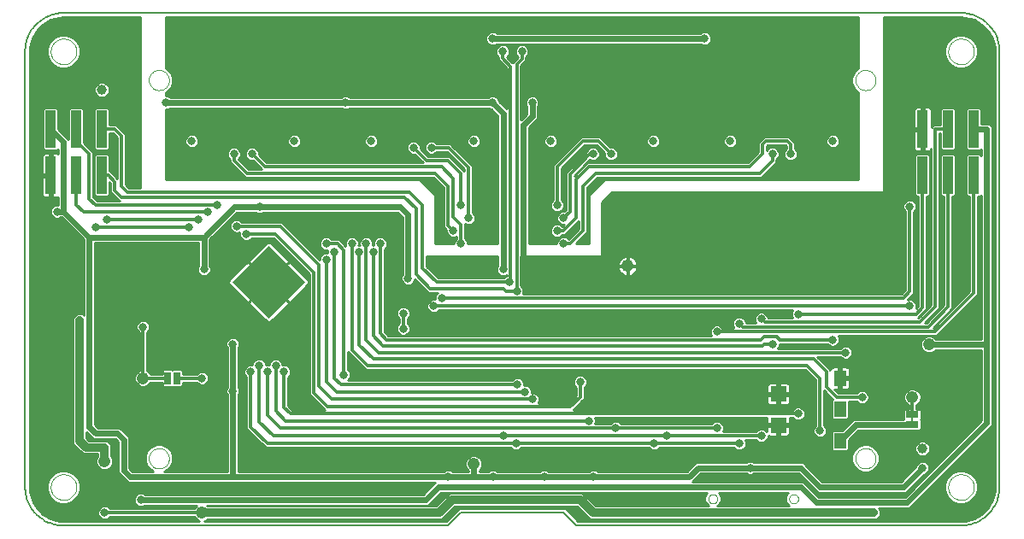
<source format=gbl>
G75*
%MOIN*%
%OFA0B0*%
%FSLAX24Y24*%
%IPPOS*%
%LPD*%
%AMOC8*
5,1,8,0,0,1.08239X$1,22.5*
%
%ADD10C,0.0050*%
%ADD11C,0.0000*%
%ADD12R,0.0394X0.1450*%
%ADD13C,0.0394*%
%ADD14C,0.0281*%
%ADD15C,0.0354*%
%ADD16C,0.0476*%
%ADD17R,0.0472X0.0591*%
%ADD18R,0.0591X0.0591*%
%ADD19R,0.0250X0.0500*%
%ADD20C,0.0080*%
%ADD21R,0.0500X0.0250*%
%ADD22R,0.2000X0.2000*%
%ADD23C,0.0330*%
%ADD24C,0.0120*%
%ADD25C,0.0240*%
%ADD26C,0.0100*%
%ADD27C,0.0320*%
D10*
X017760Y016393D02*
X032760Y016393D01*
X033260Y016893D01*
X037260Y016893D01*
X037760Y016393D01*
X052760Y016393D01*
X052836Y016395D01*
X052912Y016401D01*
X052987Y016410D01*
X053062Y016424D01*
X053136Y016441D01*
X053209Y016462D01*
X053281Y016486D01*
X053352Y016515D01*
X053421Y016546D01*
X053488Y016581D01*
X053553Y016620D01*
X053617Y016662D01*
X053678Y016707D01*
X053737Y016755D01*
X053793Y016806D01*
X053847Y016860D01*
X053898Y016916D01*
X053946Y016975D01*
X053991Y017036D01*
X054033Y017100D01*
X054072Y017165D01*
X054107Y017232D01*
X054138Y017301D01*
X054167Y017372D01*
X054191Y017444D01*
X054212Y017517D01*
X054229Y017591D01*
X054243Y017666D01*
X054252Y017741D01*
X054258Y017817D01*
X054260Y017893D01*
X054260Y034893D01*
X054258Y034969D01*
X054252Y035045D01*
X054243Y035120D01*
X054229Y035195D01*
X054212Y035269D01*
X054191Y035342D01*
X054167Y035414D01*
X054138Y035485D01*
X054107Y035554D01*
X054072Y035621D01*
X054033Y035686D01*
X053991Y035750D01*
X053946Y035811D01*
X053898Y035870D01*
X053847Y035926D01*
X053793Y035980D01*
X053737Y036031D01*
X053678Y036079D01*
X053617Y036124D01*
X053553Y036166D01*
X053488Y036205D01*
X053421Y036240D01*
X053352Y036271D01*
X053281Y036300D01*
X053209Y036324D01*
X053136Y036345D01*
X053062Y036362D01*
X052987Y036376D01*
X052912Y036385D01*
X052836Y036391D01*
X052760Y036393D01*
X017760Y036393D01*
X017684Y036391D01*
X017608Y036385D01*
X017533Y036376D01*
X017458Y036362D01*
X017384Y036345D01*
X017311Y036324D01*
X017239Y036300D01*
X017168Y036271D01*
X017099Y036240D01*
X017032Y036205D01*
X016967Y036166D01*
X016903Y036124D01*
X016842Y036079D01*
X016783Y036031D01*
X016727Y035980D01*
X016673Y035926D01*
X016622Y035870D01*
X016574Y035811D01*
X016529Y035750D01*
X016487Y035686D01*
X016448Y035621D01*
X016413Y035554D01*
X016382Y035485D01*
X016353Y035414D01*
X016329Y035342D01*
X016308Y035269D01*
X016291Y035195D01*
X016277Y035120D01*
X016268Y035045D01*
X016262Y034969D01*
X016260Y034893D01*
X016260Y017893D01*
X016262Y017817D01*
X016268Y017741D01*
X016277Y017666D01*
X016291Y017591D01*
X016308Y017517D01*
X016329Y017444D01*
X016353Y017372D01*
X016382Y017301D01*
X016413Y017232D01*
X016448Y017165D01*
X016487Y017100D01*
X016529Y017036D01*
X016574Y016975D01*
X016622Y016916D01*
X016673Y016860D01*
X016727Y016806D01*
X016783Y016755D01*
X016842Y016707D01*
X016903Y016662D01*
X016967Y016620D01*
X017032Y016581D01*
X017099Y016546D01*
X017168Y016515D01*
X017239Y016486D01*
X017311Y016462D01*
X017384Y016441D01*
X017458Y016424D01*
X017533Y016410D01*
X017608Y016401D01*
X017684Y016395D01*
X017760Y016393D01*
D11*
X017260Y017893D02*
X017262Y017937D01*
X017268Y017981D01*
X017278Y018024D01*
X017291Y018066D01*
X017308Y018107D01*
X017329Y018146D01*
X017353Y018183D01*
X017380Y018218D01*
X017410Y018250D01*
X017443Y018280D01*
X017479Y018306D01*
X017516Y018330D01*
X017556Y018349D01*
X017597Y018366D01*
X017640Y018378D01*
X017683Y018387D01*
X017727Y018392D01*
X017771Y018393D01*
X017815Y018390D01*
X017859Y018383D01*
X017902Y018372D01*
X017944Y018358D01*
X017984Y018340D01*
X018023Y018318D01*
X018059Y018294D01*
X018093Y018266D01*
X018125Y018235D01*
X018154Y018201D01*
X018180Y018165D01*
X018202Y018127D01*
X018221Y018087D01*
X018236Y018045D01*
X018248Y018003D01*
X018256Y017959D01*
X018260Y017915D01*
X018260Y017871D01*
X018256Y017827D01*
X018248Y017783D01*
X018236Y017741D01*
X018221Y017699D01*
X018202Y017659D01*
X018180Y017621D01*
X018154Y017585D01*
X018125Y017551D01*
X018093Y017520D01*
X018059Y017492D01*
X018023Y017468D01*
X017984Y017446D01*
X017944Y017428D01*
X017902Y017414D01*
X017859Y017403D01*
X017815Y017396D01*
X017771Y017393D01*
X017727Y017394D01*
X017683Y017399D01*
X017640Y017408D01*
X017597Y017420D01*
X017556Y017437D01*
X017516Y017456D01*
X017479Y017480D01*
X017443Y017506D01*
X017410Y017536D01*
X017380Y017568D01*
X017353Y017603D01*
X017329Y017640D01*
X017308Y017679D01*
X017291Y017720D01*
X017278Y017762D01*
X017268Y017805D01*
X017262Y017849D01*
X017260Y017893D01*
X021086Y019011D02*
X021088Y019050D01*
X021094Y019089D01*
X021104Y019127D01*
X021117Y019164D01*
X021134Y019199D01*
X021154Y019233D01*
X021178Y019264D01*
X021205Y019293D01*
X021234Y019319D01*
X021266Y019342D01*
X021300Y019362D01*
X021336Y019378D01*
X021373Y019390D01*
X021412Y019399D01*
X021451Y019404D01*
X021490Y019405D01*
X021529Y019402D01*
X021568Y019395D01*
X021605Y019384D01*
X021642Y019370D01*
X021677Y019352D01*
X021710Y019331D01*
X021741Y019306D01*
X021769Y019279D01*
X021794Y019249D01*
X021816Y019216D01*
X021835Y019182D01*
X021850Y019146D01*
X021862Y019108D01*
X021870Y019070D01*
X021874Y019031D01*
X021874Y018991D01*
X021870Y018952D01*
X021862Y018914D01*
X021850Y018876D01*
X021835Y018840D01*
X021816Y018806D01*
X021794Y018773D01*
X021769Y018743D01*
X021741Y018716D01*
X021710Y018691D01*
X021677Y018670D01*
X021642Y018652D01*
X021605Y018638D01*
X021568Y018627D01*
X021529Y018620D01*
X021490Y018617D01*
X021451Y018618D01*
X021412Y018623D01*
X021373Y018632D01*
X021336Y018644D01*
X021300Y018660D01*
X021266Y018680D01*
X021234Y018703D01*
X021205Y018729D01*
X021178Y018758D01*
X021154Y018789D01*
X021134Y018823D01*
X021117Y018858D01*
X021104Y018895D01*
X021094Y018933D01*
X021088Y018972D01*
X021086Y019011D01*
X021086Y033775D02*
X021088Y033814D01*
X021094Y033853D01*
X021104Y033891D01*
X021117Y033928D01*
X021134Y033963D01*
X021154Y033997D01*
X021178Y034028D01*
X021205Y034057D01*
X021234Y034083D01*
X021266Y034106D01*
X021300Y034126D01*
X021336Y034142D01*
X021373Y034154D01*
X021412Y034163D01*
X021451Y034168D01*
X021490Y034169D01*
X021529Y034166D01*
X021568Y034159D01*
X021605Y034148D01*
X021642Y034134D01*
X021677Y034116D01*
X021710Y034095D01*
X021741Y034070D01*
X021769Y034043D01*
X021794Y034013D01*
X021816Y033980D01*
X021835Y033946D01*
X021850Y033910D01*
X021862Y033872D01*
X021870Y033834D01*
X021874Y033795D01*
X021874Y033755D01*
X021870Y033716D01*
X021862Y033678D01*
X021850Y033640D01*
X021835Y033604D01*
X021816Y033570D01*
X021794Y033537D01*
X021769Y033507D01*
X021741Y033480D01*
X021710Y033455D01*
X021677Y033434D01*
X021642Y033416D01*
X021605Y033402D01*
X021568Y033391D01*
X021529Y033384D01*
X021490Y033381D01*
X021451Y033382D01*
X021412Y033387D01*
X021373Y033396D01*
X021336Y033408D01*
X021300Y033424D01*
X021266Y033444D01*
X021234Y033467D01*
X021205Y033493D01*
X021178Y033522D01*
X021154Y033553D01*
X021134Y033587D01*
X021117Y033622D01*
X021104Y033659D01*
X021094Y033697D01*
X021088Y033736D01*
X021086Y033775D01*
X017260Y034893D02*
X017262Y034937D01*
X017268Y034981D01*
X017278Y035024D01*
X017291Y035066D01*
X017308Y035107D01*
X017329Y035146D01*
X017353Y035183D01*
X017380Y035218D01*
X017410Y035250D01*
X017443Y035280D01*
X017479Y035306D01*
X017516Y035330D01*
X017556Y035349D01*
X017597Y035366D01*
X017640Y035378D01*
X017683Y035387D01*
X017727Y035392D01*
X017771Y035393D01*
X017815Y035390D01*
X017859Y035383D01*
X017902Y035372D01*
X017944Y035358D01*
X017984Y035340D01*
X018023Y035318D01*
X018059Y035294D01*
X018093Y035266D01*
X018125Y035235D01*
X018154Y035201D01*
X018180Y035165D01*
X018202Y035127D01*
X018221Y035087D01*
X018236Y035045D01*
X018248Y035003D01*
X018256Y034959D01*
X018260Y034915D01*
X018260Y034871D01*
X018256Y034827D01*
X018248Y034783D01*
X018236Y034741D01*
X018221Y034699D01*
X018202Y034659D01*
X018180Y034621D01*
X018154Y034585D01*
X018125Y034551D01*
X018093Y034520D01*
X018059Y034492D01*
X018023Y034468D01*
X017984Y034446D01*
X017944Y034428D01*
X017902Y034414D01*
X017859Y034403D01*
X017815Y034396D01*
X017771Y034393D01*
X017727Y034394D01*
X017683Y034399D01*
X017640Y034408D01*
X017597Y034420D01*
X017556Y034437D01*
X017516Y034456D01*
X017479Y034480D01*
X017443Y034506D01*
X017410Y034536D01*
X017380Y034568D01*
X017353Y034603D01*
X017329Y034640D01*
X017308Y034679D01*
X017291Y034720D01*
X017278Y034762D01*
X017268Y034805D01*
X017262Y034849D01*
X017260Y034893D01*
X042911Y017435D02*
X042913Y017461D01*
X042919Y017487D01*
X042928Y017511D01*
X042941Y017534D01*
X042958Y017554D01*
X042977Y017572D01*
X042999Y017587D01*
X043022Y017598D01*
X043047Y017606D01*
X043073Y017610D01*
X043099Y017610D01*
X043125Y017606D01*
X043150Y017598D01*
X043174Y017587D01*
X043195Y017572D01*
X043214Y017554D01*
X043231Y017534D01*
X043244Y017511D01*
X043253Y017487D01*
X043259Y017461D01*
X043261Y017435D01*
X043259Y017409D01*
X043253Y017383D01*
X043244Y017359D01*
X043231Y017336D01*
X043214Y017316D01*
X043195Y017298D01*
X043173Y017283D01*
X043150Y017272D01*
X043125Y017264D01*
X043099Y017260D01*
X043073Y017260D01*
X043047Y017264D01*
X043022Y017272D01*
X042998Y017283D01*
X042977Y017298D01*
X042958Y017316D01*
X042941Y017336D01*
X042928Y017359D01*
X042919Y017383D01*
X042913Y017409D01*
X042911Y017435D01*
X046060Y017435D02*
X046062Y017461D01*
X046068Y017487D01*
X046077Y017511D01*
X046090Y017534D01*
X046107Y017554D01*
X046126Y017572D01*
X046148Y017587D01*
X046171Y017598D01*
X046196Y017606D01*
X046222Y017610D01*
X046248Y017610D01*
X046274Y017606D01*
X046299Y017598D01*
X046323Y017587D01*
X046344Y017572D01*
X046363Y017554D01*
X046380Y017534D01*
X046393Y017511D01*
X046402Y017487D01*
X046408Y017461D01*
X046410Y017435D01*
X046408Y017409D01*
X046402Y017383D01*
X046393Y017359D01*
X046380Y017336D01*
X046363Y017316D01*
X046344Y017298D01*
X046322Y017283D01*
X046299Y017272D01*
X046274Y017264D01*
X046248Y017260D01*
X046222Y017260D01*
X046196Y017264D01*
X046171Y017272D01*
X046147Y017283D01*
X046126Y017298D01*
X046107Y017316D01*
X046090Y017336D01*
X046077Y017359D01*
X046068Y017383D01*
X046062Y017409D01*
X046060Y017435D01*
X048645Y019011D02*
X048647Y019050D01*
X048653Y019089D01*
X048663Y019127D01*
X048676Y019164D01*
X048693Y019199D01*
X048713Y019233D01*
X048737Y019264D01*
X048764Y019293D01*
X048793Y019319D01*
X048825Y019342D01*
X048859Y019362D01*
X048895Y019378D01*
X048932Y019390D01*
X048971Y019399D01*
X049010Y019404D01*
X049049Y019405D01*
X049088Y019402D01*
X049127Y019395D01*
X049164Y019384D01*
X049201Y019370D01*
X049236Y019352D01*
X049269Y019331D01*
X049300Y019306D01*
X049328Y019279D01*
X049353Y019249D01*
X049375Y019216D01*
X049394Y019182D01*
X049409Y019146D01*
X049421Y019108D01*
X049429Y019070D01*
X049433Y019031D01*
X049433Y018991D01*
X049429Y018952D01*
X049421Y018914D01*
X049409Y018876D01*
X049394Y018840D01*
X049375Y018806D01*
X049353Y018773D01*
X049328Y018743D01*
X049300Y018716D01*
X049269Y018691D01*
X049236Y018670D01*
X049201Y018652D01*
X049164Y018638D01*
X049127Y018627D01*
X049088Y018620D01*
X049049Y018617D01*
X049010Y018618D01*
X048971Y018623D01*
X048932Y018632D01*
X048895Y018644D01*
X048859Y018660D01*
X048825Y018680D01*
X048793Y018703D01*
X048764Y018729D01*
X048737Y018758D01*
X048713Y018789D01*
X048693Y018823D01*
X048676Y018858D01*
X048663Y018895D01*
X048653Y018933D01*
X048647Y018972D01*
X048645Y019011D01*
X052260Y017893D02*
X052262Y017937D01*
X052268Y017981D01*
X052278Y018024D01*
X052291Y018066D01*
X052308Y018107D01*
X052329Y018146D01*
X052353Y018183D01*
X052380Y018218D01*
X052410Y018250D01*
X052443Y018280D01*
X052479Y018306D01*
X052516Y018330D01*
X052556Y018349D01*
X052597Y018366D01*
X052640Y018378D01*
X052683Y018387D01*
X052727Y018392D01*
X052771Y018393D01*
X052815Y018390D01*
X052859Y018383D01*
X052902Y018372D01*
X052944Y018358D01*
X052984Y018340D01*
X053023Y018318D01*
X053059Y018294D01*
X053093Y018266D01*
X053125Y018235D01*
X053154Y018201D01*
X053180Y018165D01*
X053202Y018127D01*
X053221Y018087D01*
X053236Y018045D01*
X053248Y018003D01*
X053256Y017959D01*
X053260Y017915D01*
X053260Y017871D01*
X053256Y017827D01*
X053248Y017783D01*
X053236Y017741D01*
X053221Y017699D01*
X053202Y017659D01*
X053180Y017621D01*
X053154Y017585D01*
X053125Y017551D01*
X053093Y017520D01*
X053059Y017492D01*
X053023Y017468D01*
X052984Y017446D01*
X052944Y017428D01*
X052902Y017414D01*
X052859Y017403D01*
X052815Y017396D01*
X052771Y017393D01*
X052727Y017394D01*
X052683Y017399D01*
X052640Y017408D01*
X052597Y017420D01*
X052556Y017437D01*
X052516Y017456D01*
X052479Y017480D01*
X052443Y017506D01*
X052410Y017536D01*
X052380Y017568D01*
X052353Y017603D01*
X052329Y017640D01*
X052308Y017679D01*
X052291Y017720D01*
X052278Y017762D01*
X052268Y017805D01*
X052262Y017849D01*
X052260Y017893D01*
X048645Y033775D02*
X048647Y033814D01*
X048653Y033853D01*
X048663Y033891D01*
X048676Y033928D01*
X048693Y033963D01*
X048713Y033997D01*
X048737Y034028D01*
X048764Y034057D01*
X048793Y034083D01*
X048825Y034106D01*
X048859Y034126D01*
X048895Y034142D01*
X048932Y034154D01*
X048971Y034163D01*
X049010Y034168D01*
X049049Y034169D01*
X049088Y034166D01*
X049127Y034159D01*
X049164Y034148D01*
X049201Y034134D01*
X049236Y034116D01*
X049269Y034095D01*
X049300Y034070D01*
X049328Y034043D01*
X049353Y034013D01*
X049375Y033980D01*
X049394Y033946D01*
X049409Y033910D01*
X049421Y033872D01*
X049429Y033834D01*
X049433Y033795D01*
X049433Y033755D01*
X049429Y033716D01*
X049421Y033678D01*
X049409Y033640D01*
X049394Y033604D01*
X049375Y033570D01*
X049353Y033537D01*
X049328Y033507D01*
X049300Y033480D01*
X049269Y033455D01*
X049236Y033434D01*
X049201Y033416D01*
X049164Y033402D01*
X049127Y033391D01*
X049088Y033384D01*
X049049Y033381D01*
X049010Y033382D01*
X048971Y033387D01*
X048932Y033396D01*
X048895Y033408D01*
X048859Y033424D01*
X048825Y033444D01*
X048793Y033467D01*
X048764Y033493D01*
X048737Y033522D01*
X048713Y033553D01*
X048693Y033587D01*
X048676Y033622D01*
X048663Y033659D01*
X048653Y033697D01*
X048647Y033736D01*
X048645Y033775D01*
X052260Y034893D02*
X052262Y034937D01*
X052268Y034981D01*
X052278Y035024D01*
X052291Y035066D01*
X052308Y035107D01*
X052329Y035146D01*
X052353Y035183D01*
X052380Y035218D01*
X052410Y035250D01*
X052443Y035280D01*
X052479Y035306D01*
X052516Y035330D01*
X052556Y035349D01*
X052597Y035366D01*
X052640Y035378D01*
X052683Y035387D01*
X052727Y035392D01*
X052771Y035393D01*
X052815Y035390D01*
X052859Y035383D01*
X052902Y035372D01*
X052944Y035358D01*
X052984Y035340D01*
X053023Y035318D01*
X053059Y035294D01*
X053093Y035266D01*
X053125Y035235D01*
X053154Y035201D01*
X053180Y035165D01*
X053202Y035127D01*
X053221Y035087D01*
X053236Y035045D01*
X053248Y035003D01*
X053256Y034959D01*
X053260Y034915D01*
X053260Y034871D01*
X053256Y034827D01*
X053248Y034783D01*
X053236Y034741D01*
X053221Y034699D01*
X053202Y034659D01*
X053180Y034621D01*
X053154Y034585D01*
X053125Y034551D01*
X053093Y034520D01*
X053059Y034492D01*
X053023Y034468D01*
X052984Y034446D01*
X052944Y034428D01*
X052902Y034414D01*
X052859Y034403D01*
X052815Y034396D01*
X052771Y034393D01*
X052727Y034394D01*
X052683Y034399D01*
X052640Y034408D01*
X052597Y034420D01*
X052556Y034437D01*
X052516Y034456D01*
X052479Y034480D01*
X052443Y034506D01*
X052410Y034536D01*
X052380Y034568D01*
X052353Y034603D01*
X052329Y034640D01*
X052308Y034679D01*
X052291Y034720D01*
X052278Y034762D01*
X052268Y034805D01*
X052262Y034849D01*
X052260Y034893D01*
D12*
X052260Y031860D03*
X051260Y031860D03*
X053260Y031860D03*
X053260Y030060D03*
X052260Y030060D03*
X051260Y030060D03*
X019260Y030060D03*
X018260Y030060D03*
X017260Y030060D03*
X017260Y031860D03*
X018260Y031860D03*
X019260Y031860D03*
D13*
X019260Y033393D03*
X051260Y019393D03*
D14*
X017776Y022503D02*
X017776Y022715D01*
X017870Y022715D01*
X017870Y022503D01*
X017776Y022503D01*
X017776Y024472D02*
X017776Y024684D01*
X017870Y024684D01*
X017870Y024472D01*
X017776Y024472D01*
D15*
X016888Y024971D02*
X016632Y024971D01*
X016632Y022215D02*
X016888Y022215D01*
D16*
X020864Y022143D03*
X019360Y018893D03*
X023164Y016893D03*
X033760Y018793D03*
X039760Y026518D03*
X050864Y021394D03*
X051510Y023456D03*
D17*
X048039Y022141D03*
X048039Y020921D03*
X048039Y019700D03*
D18*
X045637Y020311D03*
X045637Y021531D03*
D19*
X022187Y022143D03*
X021832Y022143D03*
D20*
X050864Y020668D02*
X050864Y020368D01*
D21*
X050864Y020318D03*
X050864Y020718D03*
D22*
G36*
X027174Y025893D02*
X025760Y024479D01*
X024346Y025893D01*
X025760Y027307D01*
X027174Y025893D01*
G37*
D23*
X028010Y026768D03*
X028322Y027081D03*
X028010Y027393D03*
X029010Y027393D03*
X029285Y027056D03*
X029560Y027393D03*
X029835Y027056D03*
X030110Y027393D03*
X030635Y027393D03*
X030635Y026518D03*
X031197Y026039D03*
X030510Y025643D03*
X031010Y024672D03*
X031010Y024081D03*
X032197Y024956D03*
X032510Y025268D03*
X033260Y024581D03*
X035135Y025893D03*
X035434Y025543D03*
X034910Y026393D03*
X033160Y026543D03*
X033260Y027393D03*
X032960Y027893D03*
X033560Y028393D03*
X033260Y028893D03*
X034260Y029643D03*
X036260Y029643D03*
X037010Y028893D03*
X037260Y028393D03*
X037010Y027893D03*
X037260Y027393D03*
X037510Y026143D03*
X037510Y024393D03*
X035760Y024393D03*
X034260Y022268D03*
X035455Y021893D03*
X035752Y021593D03*
X036048Y021318D03*
X034910Y019893D03*
X035410Y019593D03*
X035760Y018893D03*
X036510Y018293D03*
X037010Y018893D03*
X038260Y018893D03*
X038430Y018293D03*
X039260Y017393D03*
X041010Y017393D03*
X041010Y018893D03*
X040785Y019593D03*
X041285Y019893D03*
X041010Y021143D03*
X041010Y022143D03*
X039285Y020193D03*
X038260Y020476D03*
X038260Y021143D03*
X037910Y021998D03*
X039010Y024393D03*
X040510Y024393D03*
X042010Y024393D03*
X043243Y023956D03*
X043510Y024393D03*
X044110Y024268D03*
X044976Y024456D03*
X045409Y023456D03*
X046410Y024643D03*
X047760Y023643D03*
X048260Y023143D03*
X049260Y022643D03*
X048572Y021706D03*
X048905Y021393D03*
X050135Y021518D03*
X051635Y020768D03*
X050135Y019268D03*
X051260Y018643D03*
X049364Y016893D03*
X047510Y018643D03*
X046760Y019268D03*
X045635Y019268D03*
X044976Y019893D03*
X044110Y019593D03*
X043385Y019268D03*
X043243Y020193D03*
X044543Y018643D03*
X044635Y017456D03*
X047260Y020093D03*
X046410Y020756D03*
X046760Y021143D03*
X046760Y022143D03*
X050760Y024956D03*
X052510Y024143D03*
X052572Y025893D03*
X052572Y027393D03*
X052572Y028893D03*
X050760Y028843D03*
X047760Y031393D03*
X046114Y030893D03*
X045405Y030893D03*
X045760Y031893D03*
X045760Y033393D03*
X045760Y034893D03*
X042760Y035393D03*
X042260Y034893D03*
X042260Y033393D03*
X042260Y031893D03*
X043760Y031393D03*
X040760Y031393D03*
X039114Y030893D03*
X038405Y030893D03*
X038760Y031893D03*
X038760Y033393D03*
X038760Y034893D03*
X036035Y032893D03*
X034485Y032893D03*
X033760Y031393D03*
X032114Y031143D03*
X031405Y031143D03*
X031760Y031893D03*
X031760Y033393D03*
X031760Y034893D03*
X034485Y035393D03*
X034885Y034893D03*
X035634Y034893D03*
X036760Y031393D03*
X030635Y028268D03*
X026635Y028393D03*
X025405Y028831D03*
X024510Y028081D03*
X024885Y027768D03*
X023760Y028893D03*
X023385Y028618D03*
X023010Y028331D03*
X022635Y028018D03*
X021760Y027143D03*
X021760Y026393D03*
X021760Y025643D03*
X021760Y024893D03*
X021010Y024893D03*
X020864Y024143D03*
X020260Y024393D03*
X019510Y025143D03*
X018385Y024393D03*
X018010Y025143D03*
X020260Y022643D03*
X019510Y021893D03*
X018010Y022143D03*
X017860Y020693D03*
X019410Y020543D03*
X019360Y019444D03*
X020760Y019643D03*
X022510Y019893D03*
X024910Y019668D03*
X026410Y018856D03*
X026410Y017793D03*
X023660Y017793D03*
X020780Y017393D03*
X019360Y016893D03*
X024360Y021643D03*
X023885Y022143D03*
X023160Y022143D03*
X022760Y022643D03*
X022010Y022893D03*
X021260Y022643D03*
X022760Y023643D03*
X023760Y024613D03*
X024360Y023476D03*
X025060Y022393D03*
X025385Y022643D03*
X025710Y022393D03*
X026035Y022643D03*
X026360Y022393D03*
X027135Y022643D03*
X027135Y021393D03*
X028697Y022268D03*
X030760Y022268D03*
X029910Y018856D03*
X029910Y017793D03*
X032760Y018293D03*
X034510Y018293D03*
X025760Y023893D03*
X023760Y026393D03*
X023239Y026393D03*
X019447Y028331D03*
X019010Y028018D03*
X017510Y028643D03*
X020510Y029893D03*
X020510Y030893D03*
X020510Y031893D03*
X021760Y032893D03*
X022760Y031393D03*
X024405Y030893D03*
X025114Y030893D03*
X024760Y031893D03*
X024760Y033393D03*
X024760Y034893D03*
X028260Y034893D03*
X028260Y033393D03*
X028760Y032893D03*
X028260Y031893D03*
X026760Y031393D03*
X029760Y031393D03*
D24*
X031405Y031143D02*
X031905Y030643D01*
X032760Y030643D01*
X033260Y030143D01*
X033260Y028893D01*
X032960Y028443D02*
X033260Y028143D01*
X033260Y027393D01*
X032960Y027893D02*
X032760Y028093D01*
X032760Y029643D01*
X032260Y030143D01*
X024905Y030143D01*
X024405Y030643D01*
X024405Y030893D01*
X025114Y030893D02*
X025614Y030393D01*
X032510Y030393D01*
X032960Y029943D01*
X032960Y028443D01*
X033560Y028393D02*
X033560Y030356D01*
X032772Y031143D01*
X032114Y031143D01*
X031260Y029393D02*
X031760Y028893D01*
X031760Y026443D01*
X032310Y025893D01*
X035135Y025893D01*
X035197Y025955D01*
X035197Y034306D01*
X034885Y034617D01*
X034885Y034893D01*
X035434Y034393D02*
X035434Y025543D01*
X035010Y025543D01*
X034910Y025643D01*
X032060Y025643D01*
X031510Y026193D01*
X031510Y028750D01*
X031053Y029206D01*
X020010Y029206D01*
X019760Y029456D01*
X019760Y029810D01*
X019510Y030060D01*
X019260Y030060D01*
X020010Y029643D02*
X020260Y029393D01*
X031260Y029393D01*
X030110Y027393D02*
X030110Y023893D01*
X030360Y023643D01*
X044947Y023643D01*
X045072Y023768D01*
X045572Y023768D01*
X045697Y023643D01*
X047760Y023643D01*
X048260Y023143D02*
X030060Y023143D01*
X029560Y023643D01*
X029560Y027393D01*
X029835Y027056D02*
X029835Y023787D01*
X030228Y023393D01*
X045010Y023393D01*
X045072Y023456D01*
X045409Y023456D01*
X045101Y024331D02*
X044976Y024456D01*
X045101Y024331D02*
X051160Y024331D01*
X051760Y024931D01*
X051760Y031860D01*
X052260Y031860D01*
X052260Y030060D02*
X052260Y024931D01*
X051472Y024143D01*
X044235Y024143D01*
X044110Y024268D01*
X043243Y023956D02*
X051760Y023956D01*
X053260Y025456D01*
X053260Y030060D01*
X051260Y030060D02*
X051260Y024893D01*
X051010Y024643D01*
X046410Y024643D01*
X047010Y022893D02*
X047510Y022393D01*
X047510Y021787D01*
X047903Y021393D01*
X048905Y021393D01*
X047260Y022143D02*
X047260Y020093D01*
X046410Y020756D02*
X026610Y020756D01*
X026360Y021006D01*
X026360Y022393D01*
X026035Y022643D02*
X026035Y020870D01*
X026428Y020476D01*
X038260Y020476D01*
X039285Y020193D02*
X026210Y020193D01*
X025710Y020693D01*
X025710Y022393D01*
X025385Y022643D02*
X025385Y020443D01*
X025935Y019893D01*
X034910Y019893D01*
X041285Y019893D01*
X044976Y019893D01*
X044110Y019593D02*
X040785Y019593D01*
X035410Y019593D01*
X025710Y019593D01*
X025060Y020243D01*
X025060Y022393D01*
X023160Y022143D02*
X022187Y022143D01*
X021832Y022143D02*
X020864Y022143D01*
X020864Y024143D01*
X024885Y027768D02*
X026010Y027768D01*
X027510Y026268D01*
X027510Y021568D01*
X028060Y021018D01*
X037516Y021018D01*
X037910Y021412D01*
X037910Y021998D01*
X036048Y021318D02*
X028210Y021318D01*
X027710Y021818D01*
X027710Y026581D01*
X026210Y028081D01*
X024510Y028081D01*
X023760Y028893D02*
X019010Y028893D01*
X018760Y029143D01*
X018760Y030893D01*
X018260Y031393D01*
X018260Y031860D01*
X019260Y031860D02*
X019760Y031860D01*
X020010Y031610D01*
X020010Y029643D01*
X018535Y028618D02*
X018260Y028893D01*
X018260Y030060D01*
X018535Y028618D02*
X023385Y028618D01*
X023010Y028331D02*
X019447Y028331D01*
X019010Y028018D02*
X022635Y028018D01*
X028010Y027393D02*
X028447Y027393D01*
X028697Y027143D01*
X028697Y022268D01*
X028572Y021893D02*
X028322Y022143D01*
X028322Y027081D01*
X028010Y026768D02*
X028010Y021987D01*
X028403Y021593D01*
X035752Y021593D01*
X035455Y021893D02*
X028572Y021893D01*
X029610Y022643D02*
X029010Y023243D01*
X029010Y027393D01*
X029285Y027056D02*
X029285Y023443D01*
X029835Y022893D01*
X047010Y022893D01*
X046760Y022643D02*
X047260Y022143D01*
X046760Y022643D02*
X029610Y022643D01*
X031010Y024081D02*
X031010Y024672D01*
X032197Y024956D02*
X050760Y024956D01*
X050510Y025268D02*
X050760Y025518D01*
X050760Y028843D01*
X046114Y030893D02*
X046114Y031268D01*
X045989Y031393D01*
X045135Y031393D01*
X045010Y031268D01*
X045010Y030893D01*
X044510Y030393D01*
X038260Y030393D01*
X037760Y029893D01*
X037760Y028393D01*
X037260Y027893D01*
X037010Y027893D01*
X037260Y027393D02*
X037510Y027393D01*
X038010Y027893D01*
X038010Y029643D01*
X038510Y030143D01*
X044905Y030143D01*
X045405Y030643D01*
X045405Y030893D01*
X039114Y030893D02*
X038614Y031393D01*
X038010Y031393D01*
X037010Y030393D01*
X037010Y028893D01*
X037510Y028643D02*
X037510Y030106D01*
X038297Y030893D01*
X038405Y030893D01*
X037510Y028643D02*
X037260Y028393D01*
X032510Y025268D02*
X050510Y025268D01*
X050864Y021394D02*
X050864Y020718D01*
X043243Y020193D02*
X039285Y020193D01*
X023164Y016893D02*
X019360Y016893D01*
X035434Y034393D02*
X035634Y034593D01*
X035634Y034893D01*
D25*
X034485Y035393D02*
X042760Y035393D01*
X036035Y032893D02*
X036035Y032356D01*
X035697Y032018D01*
X035697Y026393D01*
X036290Y026393D01*
X034910Y026393D02*
X034910Y032468D01*
X034485Y032893D01*
X028760Y032893D01*
X021760Y032893D01*
X017760Y031360D02*
X017760Y028643D01*
X018760Y027643D01*
X023239Y027643D01*
X024426Y028831D01*
X025405Y028831D01*
X030885Y028831D01*
X031197Y028518D01*
X031197Y026039D01*
X024360Y023476D02*
X024360Y021643D01*
X024360Y018293D01*
X032760Y018293D01*
X033760Y018293D01*
X033760Y018793D01*
X033760Y018293D02*
X034510Y018293D01*
X036510Y018293D01*
X038430Y018293D01*
X042160Y018293D01*
X042510Y018643D01*
X044543Y018643D01*
X046510Y018643D01*
X047260Y017893D01*
X050510Y017893D01*
X051260Y018643D01*
X050660Y017293D02*
X047110Y017293D01*
X046510Y017893D01*
X032385Y017893D01*
X031885Y017393D01*
X020780Y017393D01*
X020360Y018293D02*
X024360Y018293D01*
X020360Y018293D02*
X020110Y018543D01*
X020110Y019743D01*
X019860Y019993D01*
X019010Y019993D01*
X018760Y020243D01*
X018760Y027643D01*
X017760Y028643D02*
X017510Y028643D01*
X017760Y031360D02*
X017260Y031860D01*
X023239Y027643D02*
X023239Y026393D01*
X048039Y019700D02*
X048657Y020318D01*
X050864Y020318D01*
X053760Y020393D02*
X053760Y023456D01*
X051510Y023456D01*
X053760Y023456D02*
X053760Y031860D01*
X053260Y031860D01*
X053760Y020393D02*
X050660Y017293D01*
D26*
X017587Y016580D02*
X017252Y016669D01*
X016953Y016842D01*
X016708Y017087D01*
X016535Y017386D01*
X016446Y017720D01*
X016435Y017893D01*
X016435Y034893D01*
X016446Y035066D01*
X016535Y035400D01*
X016708Y035700D01*
X016953Y035945D01*
X017252Y036117D01*
X017587Y036207D01*
X017760Y036218D01*
X020760Y036218D01*
X020760Y029553D01*
X020326Y029553D01*
X020170Y029710D01*
X020170Y031677D01*
X020076Y031770D01*
X020076Y031770D01*
X019920Y031927D01*
X019826Y032020D01*
X019556Y032020D01*
X019556Y032627D01*
X019498Y032685D01*
X019021Y032685D01*
X018963Y032627D01*
X018963Y031094D01*
X019021Y031035D01*
X019498Y031035D01*
X019556Y031094D01*
X019556Y031700D01*
X019693Y031700D01*
X019850Y031544D01*
X019850Y029947D01*
X019576Y030220D01*
X019556Y030220D01*
X019556Y030827D01*
X019498Y030885D01*
X019021Y030885D01*
X018963Y030827D01*
X018963Y029294D01*
X019021Y029235D01*
X019498Y029235D01*
X019556Y029294D01*
X019556Y029787D01*
X019600Y029744D01*
X019600Y029390D01*
X019850Y029140D01*
X019936Y029053D01*
X019076Y029053D01*
X018920Y029210D01*
X018920Y030960D01*
X018826Y031053D01*
X018556Y031323D01*
X018556Y032627D01*
X018498Y032685D01*
X018021Y032685D01*
X017963Y032627D01*
X017963Y031468D01*
X017851Y031580D01*
X017556Y031875D01*
X017556Y032627D01*
X017498Y032685D01*
X017021Y032685D01*
X016963Y032627D01*
X016963Y031094D01*
X017021Y031035D01*
X017498Y031035D01*
X017540Y031077D01*
X017540Y030910D01*
X017514Y030925D01*
X017476Y030935D01*
X017308Y030935D01*
X017308Y030109D01*
X017211Y030109D01*
X017211Y030935D01*
X017043Y030935D01*
X017005Y030925D01*
X016971Y030905D01*
X016943Y030877D01*
X016923Y030843D01*
X016913Y030805D01*
X016913Y030109D01*
X017211Y030109D01*
X017211Y030012D01*
X016913Y030012D01*
X016913Y029315D01*
X016923Y029277D01*
X016943Y029243D01*
X016971Y029215D01*
X017005Y029195D01*
X017043Y029185D01*
X017211Y029185D01*
X017211Y030012D01*
X017308Y030012D01*
X017308Y029185D01*
X017476Y029185D01*
X017514Y029195D01*
X017540Y029210D01*
X017540Y028908D01*
X017457Y028908D01*
X017359Y028868D01*
X017285Y028793D01*
X017245Y028696D01*
X017245Y028591D01*
X017285Y028493D01*
X017359Y028419D01*
X017457Y028378D01*
X017562Y028378D01*
X017660Y028419D01*
X017664Y028423D01*
X017668Y028423D01*
X018540Y027552D01*
X018540Y024613D01*
X018535Y024618D01*
X018437Y024658D01*
X018332Y024658D01*
X018234Y024618D01*
X018160Y024543D01*
X018120Y024446D01*
X018120Y024341D01*
X018125Y024329D01*
X018125Y019643D01*
X018164Y019547D01*
X018414Y019297D01*
X018487Y019224D01*
X018583Y019184D01*
X019100Y019184D01*
X019100Y019111D01*
X019073Y019085D01*
X019021Y018961D01*
X019021Y018826D01*
X019073Y018702D01*
X019168Y018607D01*
X019292Y018555D01*
X019427Y018555D01*
X019551Y018607D01*
X019646Y018702D01*
X019698Y018826D01*
X019698Y018961D01*
X019646Y019085D01*
X019620Y019111D01*
X019620Y019380D01*
X019625Y019392D01*
X019625Y019497D01*
X019584Y019595D01*
X019510Y019669D01*
X019412Y019709D01*
X019307Y019709D01*
X019295Y019704D01*
X018742Y019704D01*
X018645Y019802D01*
X018645Y020047D01*
X018918Y019773D01*
X019768Y019773D01*
X019890Y019652D01*
X019890Y018452D01*
X020140Y018202D01*
X020268Y018073D01*
X032253Y018073D01*
X032165Y017984D01*
X031793Y017613D01*
X020934Y017613D01*
X020930Y017618D01*
X020832Y017658D01*
X020727Y017658D01*
X020629Y017618D01*
X020555Y017543D01*
X020515Y017446D01*
X020515Y017341D01*
X020555Y017243D01*
X020629Y017169D01*
X020727Y017128D01*
X020832Y017128D01*
X020930Y017169D01*
X020934Y017173D01*
X022966Y017173D01*
X022877Y017085D01*
X022864Y017053D01*
X019574Y017053D01*
X019510Y017118D01*
X019412Y017158D01*
X019307Y017158D01*
X019209Y017118D01*
X019135Y017043D01*
X019095Y016946D01*
X019095Y016841D01*
X019135Y016743D01*
X019209Y016669D01*
X019307Y016628D01*
X019412Y016628D01*
X019510Y016669D01*
X019574Y016733D01*
X022864Y016733D01*
X022877Y016702D01*
X022972Y016607D01*
X023065Y016568D01*
X017760Y016568D01*
X017587Y016580D01*
X017547Y016590D02*
X023012Y016590D01*
X022890Y016689D02*
X019530Y016689D01*
X019189Y016689D02*
X017218Y016689D01*
X017048Y016787D02*
X019117Y016787D01*
X019095Y016886D02*
X016909Y016886D01*
X016811Y016984D02*
X019110Y016984D01*
X019174Y017083D02*
X016712Y017083D01*
X016654Y017181D02*
X020617Y017181D01*
X020540Y017280D02*
X017977Y017280D01*
X017889Y017243D02*
X018128Y017342D01*
X018311Y017525D01*
X018410Y017764D01*
X018410Y018023D01*
X018311Y018262D01*
X018128Y018444D01*
X017889Y018543D01*
X017630Y018543D01*
X017391Y018444D01*
X017208Y018262D01*
X017110Y018023D01*
X017110Y017764D01*
X017208Y017525D01*
X017391Y017342D01*
X017630Y017243D01*
X017889Y017243D01*
X018164Y017378D02*
X020515Y017378D01*
X020527Y017477D02*
X018262Y017477D01*
X018331Y017575D02*
X020587Y017575D01*
X020175Y018166D02*
X018350Y018166D01*
X018391Y018068D02*
X032248Y018068D01*
X032165Y017984D02*
X032165Y017984D01*
X032149Y017969D02*
X018410Y017969D01*
X018410Y017871D02*
X032051Y017871D01*
X031952Y017772D02*
X018410Y017772D01*
X018372Y017674D02*
X031854Y017674D01*
X032181Y017378D02*
X032521Y017378D01*
X032619Y017477D02*
X032279Y017477D01*
X032378Y017575D02*
X032718Y017575D01*
X032683Y017541D02*
X032296Y017153D01*
X023382Y017153D01*
X023362Y017173D01*
X031976Y017173D01*
X032105Y017302D01*
X032105Y017302D01*
X032476Y017673D01*
X042865Y017673D01*
X042810Y017619D01*
X042761Y017500D01*
X042761Y017370D01*
X042810Y017251D01*
X042902Y017160D01*
X042917Y017153D01*
X038511Y017153D01*
X038157Y017507D01*
X038050Y017614D01*
X037955Y017653D01*
X032851Y017653D01*
X032756Y017614D01*
X032683Y017541D01*
X032422Y017280D02*
X032082Y017280D01*
X031984Y017181D02*
X032324Y017181D01*
X032665Y016787D02*
X032906Y016787D01*
X032808Y016689D02*
X032566Y016689D01*
X032550Y016673D02*
X032657Y016779D01*
X033011Y017133D01*
X037796Y017133D01*
X038183Y016746D01*
X038256Y016673D01*
X038351Y016633D01*
X049299Y016633D01*
X049311Y016628D01*
X049417Y016628D01*
X049514Y016669D01*
X049589Y016743D01*
X049629Y016841D01*
X049629Y016946D01*
X049589Y017043D01*
X049559Y017073D01*
X050751Y017073D01*
X050880Y017202D01*
X050880Y017202D01*
X053851Y020173D01*
X053980Y020302D01*
X053980Y031951D01*
X053851Y032080D01*
X053556Y032080D01*
X053556Y032627D01*
X053498Y032685D01*
X053021Y032685D01*
X052963Y032627D01*
X052963Y031094D01*
X053021Y031035D01*
X053498Y031035D01*
X053540Y031077D01*
X053540Y030844D01*
X053498Y030885D01*
X053021Y030885D01*
X052963Y030827D01*
X052963Y029294D01*
X053021Y029235D01*
X053100Y029235D01*
X053100Y025522D01*
X051693Y024116D01*
X051671Y024116D01*
X052420Y024864D01*
X052420Y029235D01*
X052498Y029235D01*
X052556Y029294D01*
X052556Y030827D01*
X052498Y030885D01*
X052021Y030885D01*
X051963Y030827D01*
X051963Y029294D01*
X052021Y029235D01*
X052100Y029235D01*
X052100Y024997D01*
X051406Y024303D01*
X051358Y024303D01*
X051920Y024865D01*
X051920Y031700D01*
X051963Y031700D01*
X051963Y031094D01*
X052021Y031035D01*
X052498Y031035D01*
X052556Y031094D01*
X052556Y032627D01*
X052498Y032685D01*
X052021Y032685D01*
X051963Y032627D01*
X051963Y032020D01*
X051693Y032020D01*
X051606Y031933D01*
X051606Y032605D01*
X051596Y032643D01*
X051576Y032677D01*
X051548Y032705D01*
X051514Y032725D01*
X051476Y032735D01*
X051308Y032735D01*
X051308Y031909D01*
X051211Y031909D01*
X051211Y032735D01*
X051043Y032735D01*
X051005Y032725D01*
X050971Y032705D01*
X050943Y032677D01*
X050923Y032643D01*
X050913Y032605D01*
X050913Y031909D01*
X051211Y031909D01*
X051211Y031812D01*
X050913Y031812D01*
X050913Y031115D01*
X050923Y031077D01*
X050943Y031043D01*
X050971Y031015D01*
X051005Y030995D01*
X051043Y030985D01*
X051211Y030985D01*
X051211Y031812D01*
X051308Y031812D01*
X051308Y030985D01*
X051476Y030985D01*
X051514Y030995D01*
X051548Y031015D01*
X051576Y031043D01*
X051596Y031077D01*
X051600Y031090D01*
X051600Y024997D01*
X051093Y024491D01*
X051083Y024491D01*
X051170Y024577D01*
X051420Y024827D01*
X051420Y029235D01*
X051498Y029235D01*
X051556Y029294D01*
X051556Y030827D01*
X051498Y030885D01*
X051021Y030885D01*
X050963Y030827D01*
X050963Y029294D01*
X051021Y029235D01*
X051100Y029235D01*
X051100Y024960D01*
X051011Y024871D01*
X051025Y024903D01*
X051025Y025009D01*
X050984Y025106D01*
X050910Y025180D01*
X050812Y025221D01*
X050707Y025221D01*
X050675Y025208D01*
X050920Y025452D01*
X050920Y028629D01*
X050984Y028693D01*
X051025Y028791D01*
X051025Y028896D01*
X050984Y028993D01*
X050910Y029068D01*
X050812Y029108D01*
X050707Y029108D01*
X050609Y029068D01*
X050535Y028993D01*
X050495Y028896D01*
X050495Y028791D01*
X050535Y028693D01*
X050600Y028629D01*
X050600Y025585D01*
X050443Y025428D01*
X035673Y025428D01*
X035699Y025491D01*
X035699Y025596D01*
X035658Y025693D01*
X035594Y025758D01*
X035594Y026893D01*
X038760Y026893D01*
X038760Y028993D01*
X039160Y029393D01*
X049760Y029393D01*
X049760Y036218D01*
X052760Y036218D01*
X052932Y036207D01*
X053267Y036117D01*
X053566Y035945D01*
X053811Y035700D01*
X053984Y035400D01*
X054073Y035066D01*
X054085Y034893D01*
X054085Y017893D01*
X054073Y017720D01*
X053984Y017386D01*
X053811Y017087D01*
X053566Y016842D01*
X053267Y016669D01*
X052932Y016580D01*
X052760Y016568D01*
X037832Y016568D01*
X037435Y016966D01*
X037332Y017068D01*
X033187Y017068D01*
X032687Y016568D01*
X023263Y016568D01*
X023355Y016607D01*
X023382Y016633D01*
X032455Y016633D01*
X032550Y016673D01*
X032709Y016590D02*
X023316Y016590D01*
X022876Y017083D02*
X019545Y017083D01*
X020077Y018265D02*
X018307Y018265D01*
X018209Y018363D02*
X019978Y018363D01*
X019890Y018462D02*
X018086Y018462D01*
X017433Y018462D02*
X016435Y018462D01*
X016435Y018560D02*
X019280Y018560D01*
X019439Y018560D02*
X019890Y018560D01*
X019890Y018659D02*
X019603Y018659D01*
X019669Y018757D02*
X019890Y018757D01*
X019890Y018856D02*
X019698Y018856D01*
X019698Y018954D02*
X019890Y018954D01*
X019890Y019053D02*
X019659Y019053D01*
X019620Y019151D02*
X019890Y019151D01*
X019890Y019250D02*
X019620Y019250D01*
X019620Y019348D02*
X019890Y019348D01*
X019890Y019447D02*
X019625Y019447D01*
X019605Y019545D02*
X019890Y019545D01*
X019890Y019644D02*
X019535Y019644D01*
X019799Y019742D02*
X018704Y019742D01*
X018645Y019841D02*
X018851Y019841D01*
X018752Y019939D02*
X018645Y019939D01*
X018645Y020038D02*
X018654Y020038D01*
X018980Y020334D02*
X018980Y027423D01*
X023019Y027423D01*
X023019Y026548D01*
X023014Y026543D01*
X022974Y026446D01*
X022974Y026341D01*
X023014Y026243D01*
X023089Y026169D01*
X023186Y026128D01*
X023292Y026128D01*
X023389Y026169D01*
X023464Y026243D01*
X023504Y026341D01*
X023504Y026446D01*
X023464Y026543D01*
X023459Y026548D01*
X023459Y027552D01*
X024517Y028611D01*
X025250Y028611D01*
X025255Y028606D01*
X025352Y028566D01*
X025458Y028566D01*
X025555Y028606D01*
X025560Y028611D01*
X030793Y028611D01*
X030977Y028427D01*
X030977Y026194D01*
X030972Y026189D01*
X030932Y026092D01*
X030932Y025986D01*
X030972Y025889D01*
X031047Y025814D01*
X031144Y025774D01*
X031250Y025774D01*
X031347Y025814D01*
X031422Y025889D01*
X031462Y025986D01*
X031462Y026015D01*
X031900Y025577D01*
X031993Y025483D01*
X032350Y025483D01*
X032285Y025418D01*
X032245Y025321D01*
X032245Y025221D01*
X032144Y025221D01*
X032047Y025180D01*
X031972Y025106D01*
X031932Y025009D01*
X031932Y024903D01*
X031972Y024806D01*
X032047Y024731D01*
X032144Y024691D01*
X032250Y024691D01*
X032347Y024731D01*
X032412Y024796D01*
X046187Y024796D01*
X046185Y024793D01*
X046145Y024696D01*
X046145Y024591D01*
X046185Y024493D01*
X046187Y024491D01*
X045241Y024491D01*
X045241Y024509D01*
X045200Y024606D01*
X045126Y024680D01*
X045028Y024721D01*
X044923Y024721D01*
X044826Y024680D01*
X044751Y024606D01*
X044711Y024509D01*
X044711Y024403D01*
X044751Y024306D01*
X044753Y024303D01*
X044375Y024303D01*
X044375Y024321D01*
X044334Y024418D01*
X044260Y024493D01*
X044162Y024533D01*
X044057Y024533D01*
X043959Y024493D01*
X043885Y024418D01*
X043845Y024321D01*
X043845Y024216D01*
X043885Y024118D01*
X043887Y024116D01*
X043458Y024116D01*
X043393Y024180D01*
X043296Y024221D01*
X043191Y024221D01*
X043093Y024180D01*
X043019Y024106D01*
X042978Y024009D01*
X042978Y023903D01*
X043019Y023806D01*
X043021Y023803D01*
X030426Y023803D01*
X030270Y023960D01*
X030270Y027179D01*
X030334Y027243D01*
X030375Y027341D01*
X030375Y027446D01*
X030334Y027543D01*
X030260Y027618D01*
X030162Y027658D01*
X030057Y027658D01*
X029959Y027618D01*
X029885Y027543D01*
X029845Y027446D01*
X029845Y027341D01*
X029853Y027321D01*
X029816Y027321D01*
X029825Y027341D01*
X029825Y027446D01*
X029784Y027543D01*
X029710Y027618D01*
X029612Y027658D01*
X029507Y027658D01*
X029409Y027618D01*
X029335Y027543D01*
X029295Y027446D01*
X029295Y027341D01*
X029303Y027321D01*
X029266Y027321D01*
X029275Y027341D01*
X029275Y027446D01*
X029234Y027543D01*
X029160Y027618D01*
X029062Y027658D01*
X028957Y027658D01*
X028859Y027618D01*
X028785Y027543D01*
X028745Y027446D01*
X028745Y027341D01*
X028758Y027309D01*
X028513Y027553D01*
X028224Y027553D01*
X028160Y027618D01*
X028062Y027658D01*
X027957Y027658D01*
X027859Y027618D01*
X027785Y027543D01*
X027745Y027446D01*
X027745Y027341D01*
X027785Y027243D01*
X027859Y027169D01*
X027957Y027128D01*
X028057Y027128D01*
X028057Y027033D01*
X027957Y027033D01*
X027859Y026993D01*
X027785Y026918D01*
X027745Y026821D01*
X027745Y026772D01*
X026276Y028241D01*
X024724Y028241D01*
X024660Y028305D01*
X024562Y028346D01*
X024457Y028346D01*
X024359Y028305D01*
X024285Y028231D01*
X024245Y028134D01*
X024245Y028028D01*
X024285Y027931D01*
X024359Y027856D01*
X024457Y027816D01*
X024562Y027816D01*
X024629Y027843D01*
X024620Y027821D01*
X024620Y027716D01*
X024660Y027618D01*
X024734Y027544D01*
X024832Y027503D01*
X024937Y027503D01*
X025035Y027544D01*
X025099Y027608D01*
X025943Y027608D01*
X027350Y026202D01*
X027350Y021502D01*
X027936Y020916D01*
X026676Y020916D01*
X026520Y021072D01*
X026520Y022179D01*
X026584Y022243D01*
X026625Y022341D01*
X026625Y022446D01*
X026584Y022543D01*
X026510Y022618D01*
X026412Y022658D01*
X026307Y022658D01*
X026300Y022655D01*
X026300Y022696D01*
X026259Y022793D01*
X026185Y022868D01*
X026087Y022908D01*
X025982Y022908D01*
X025884Y022868D01*
X025810Y022793D01*
X025770Y022696D01*
X025770Y022655D01*
X025762Y022658D01*
X025657Y022658D01*
X025650Y022655D01*
X025650Y022696D01*
X025609Y022793D01*
X025535Y022868D01*
X025437Y022908D01*
X025332Y022908D01*
X025234Y022868D01*
X025160Y022793D01*
X025120Y022696D01*
X025120Y022655D01*
X025112Y022658D01*
X025007Y022658D01*
X024909Y022618D01*
X024835Y022543D01*
X024795Y022446D01*
X024795Y022341D01*
X024835Y022243D01*
X024900Y022179D01*
X024900Y020177D01*
X025550Y019527D01*
X025643Y019433D01*
X035195Y019433D01*
X035259Y019369D01*
X035357Y019328D01*
X035462Y019328D01*
X035560Y019369D01*
X035624Y019433D01*
X040570Y019433D01*
X040634Y019369D01*
X040732Y019328D01*
X040837Y019328D01*
X040935Y019369D01*
X040999Y019433D01*
X043895Y019433D01*
X043959Y019369D01*
X044057Y019328D01*
X044162Y019328D01*
X044260Y019369D01*
X044334Y019443D01*
X044375Y019541D01*
X044375Y019646D01*
X044338Y019733D01*
X044761Y019733D01*
X044826Y019669D01*
X044923Y019628D01*
X045028Y019628D01*
X045126Y019669D01*
X045200Y019743D01*
X045241Y019841D01*
X047177Y019841D01*
X047207Y019828D02*
X047312Y019828D01*
X047410Y019869D01*
X047484Y019943D01*
X047525Y020041D01*
X047525Y020146D01*
X047484Y020243D01*
X047420Y020308D01*
X047420Y021651D01*
X047443Y021627D01*
X047758Y021312D01*
X047703Y021258D01*
X047703Y020584D01*
X047761Y020526D01*
X048317Y020526D01*
X048375Y020584D01*
X048375Y021233D01*
X048690Y021233D01*
X048755Y021169D01*
X048852Y021128D01*
X048958Y021128D01*
X049055Y021169D01*
X049130Y021243D01*
X049170Y021341D01*
X049170Y021446D01*
X049130Y021543D01*
X049055Y021618D01*
X048958Y021658D01*
X048852Y021658D01*
X048755Y021618D01*
X048690Y021553D01*
X047969Y021553D01*
X047827Y021696D01*
X047989Y021696D01*
X047989Y022091D01*
X048089Y022091D01*
X048089Y021696D01*
X048295Y021696D01*
X048333Y021706D01*
X048367Y021726D01*
X048395Y021754D01*
X048415Y021788D01*
X048425Y021826D01*
X048425Y022091D01*
X048089Y022091D01*
X048089Y022191D01*
X048425Y022191D01*
X048425Y022456D01*
X048415Y022495D01*
X048395Y022529D01*
X048367Y022557D01*
X048333Y022576D01*
X048295Y022587D01*
X048089Y022587D01*
X048089Y022191D01*
X047989Y022191D01*
X047989Y022587D01*
X047783Y022587D01*
X047745Y022576D01*
X047711Y022557D01*
X047683Y022529D01*
X047663Y022495D01*
X047657Y022472D01*
X047576Y022553D01*
X047146Y022983D01*
X048045Y022983D01*
X048109Y022919D01*
X048207Y022878D01*
X048312Y022878D01*
X048410Y022919D01*
X048484Y022993D01*
X048525Y023091D01*
X053540Y023091D01*
X053540Y022993D02*
X048484Y022993D01*
X048525Y023091D02*
X048525Y023196D01*
X048484Y023293D01*
X048410Y023368D01*
X048312Y023408D01*
X048207Y023408D01*
X048109Y023368D01*
X048045Y023303D01*
X045631Y023303D01*
X045633Y023306D01*
X045674Y023403D01*
X045674Y023483D01*
X047545Y023483D01*
X047609Y023419D01*
X047707Y023378D01*
X047812Y023378D01*
X047910Y023419D01*
X047984Y023493D01*
X048025Y023591D01*
X048025Y023696D01*
X047984Y023793D01*
X047982Y023796D01*
X051826Y023796D01*
X051920Y023890D01*
X053420Y025390D01*
X053420Y029235D01*
X053498Y029235D01*
X053540Y029277D01*
X053540Y023676D01*
X051768Y023676D01*
X051701Y023742D01*
X051577Y023794D01*
X051442Y023794D01*
X051318Y023742D01*
X051223Y023647D01*
X051171Y023523D01*
X051171Y023389D01*
X051223Y023264D01*
X051318Y023169D01*
X051442Y023118D01*
X051577Y023118D01*
X051701Y023169D01*
X051768Y023236D01*
X053540Y023236D01*
X053540Y020484D01*
X050568Y017513D01*
X047201Y017513D01*
X046601Y018113D01*
X042291Y018113D01*
X042601Y018423D01*
X044388Y018423D01*
X044392Y018419D01*
X044490Y018378D01*
X044595Y018378D01*
X044693Y018419D01*
X044697Y018423D01*
X046418Y018423D01*
X047040Y017802D01*
X047168Y017673D01*
X050601Y017673D01*
X051306Y018378D01*
X051312Y018378D01*
X051410Y018419D01*
X051484Y018493D01*
X051525Y018591D01*
X051525Y018696D01*
X051484Y018793D01*
X051410Y018868D01*
X051312Y018908D01*
X051207Y018908D01*
X051109Y018868D01*
X051035Y018793D01*
X050995Y018696D01*
X050995Y018689D01*
X050418Y018113D01*
X047351Y018113D01*
X046730Y018734D01*
X046730Y018734D01*
X046601Y018863D01*
X044697Y018863D01*
X044693Y018868D01*
X044595Y018908D01*
X044490Y018908D01*
X044392Y018868D01*
X044388Y018863D01*
X042418Y018863D01*
X042290Y018734D01*
X042068Y018513D01*
X038585Y018513D01*
X038580Y018518D01*
X038483Y018558D01*
X038377Y018558D01*
X038280Y018518D01*
X038275Y018513D01*
X036664Y018513D01*
X036660Y018518D01*
X036562Y018558D01*
X036457Y018558D01*
X036359Y018518D01*
X036355Y018513D01*
X034664Y018513D01*
X034660Y018518D01*
X034562Y018558D01*
X034457Y018558D01*
X034359Y018518D01*
X034355Y018513D01*
X033980Y018513D01*
X033980Y018535D01*
X034046Y018602D01*
X034098Y018726D01*
X034098Y018861D01*
X034046Y018985D01*
X033951Y019080D01*
X033827Y019131D01*
X033692Y019131D01*
X033568Y019080D01*
X033473Y018985D01*
X033421Y018861D01*
X033421Y018726D01*
X033473Y018602D01*
X033540Y018535D01*
X033540Y018513D01*
X032914Y018513D01*
X032910Y018518D01*
X032812Y018558D01*
X032707Y018558D01*
X032609Y018518D01*
X032605Y018513D01*
X024580Y018513D01*
X024580Y021489D01*
X024584Y021493D01*
X024625Y021591D01*
X024625Y021696D01*
X024584Y021793D01*
X024580Y021798D01*
X024580Y023322D01*
X024584Y023326D01*
X024625Y023424D01*
X024625Y023529D01*
X024584Y023627D01*
X024510Y023701D01*
X024412Y023741D01*
X024307Y023741D01*
X024209Y023701D01*
X024135Y023627D01*
X024095Y023529D01*
X024095Y023424D01*
X024135Y023326D01*
X024140Y023322D01*
X024140Y021798D01*
X024135Y021793D01*
X024095Y021696D01*
X024095Y021591D01*
X024135Y021493D01*
X024140Y021489D01*
X024140Y018513D01*
X021698Y018513D01*
X021788Y018550D01*
X021941Y018703D01*
X022024Y018903D01*
X022024Y019120D01*
X021941Y019319D01*
X021788Y019472D01*
X021588Y019555D01*
X021372Y019555D01*
X021172Y019472D01*
X021019Y019319D01*
X020936Y019120D01*
X020936Y018903D01*
X021019Y018703D01*
X021172Y018550D01*
X021262Y018513D01*
X020451Y018513D01*
X020330Y018634D01*
X020330Y019834D01*
X020201Y019963D01*
X019951Y020213D01*
X019101Y020213D01*
X018980Y020334D01*
X018981Y020333D02*
X024140Y020333D01*
X024140Y020235D02*
X019079Y020235D01*
X018980Y020432D02*
X024140Y020432D01*
X024140Y020530D02*
X018980Y020530D01*
X018980Y020629D02*
X024140Y020629D01*
X024140Y020727D02*
X018980Y020727D01*
X018980Y020826D02*
X024140Y020826D01*
X024140Y020924D02*
X018980Y020924D01*
X018980Y021023D02*
X024140Y021023D01*
X024140Y021121D02*
X018980Y021121D01*
X018980Y021220D02*
X024140Y021220D01*
X024140Y021318D02*
X018980Y021318D01*
X018980Y021417D02*
X024140Y021417D01*
X024126Y021515D02*
X018980Y021515D01*
X018980Y021614D02*
X024095Y021614D01*
X024101Y021712D02*
X018980Y021712D01*
X018980Y021811D02*
X020783Y021811D01*
X020797Y021805D02*
X020931Y021805D01*
X021055Y021857D01*
X021150Y021952D01*
X021164Y021983D01*
X021607Y021983D01*
X021607Y021852D01*
X021666Y021793D01*
X021999Y021793D01*
X022010Y021804D01*
X022020Y021793D01*
X022353Y021793D01*
X022412Y021852D01*
X022412Y021983D01*
X022945Y021983D01*
X023009Y021919D01*
X023107Y021878D01*
X023212Y021878D01*
X023310Y021919D01*
X023384Y021993D01*
X023425Y022091D01*
X023425Y022196D01*
X023384Y022293D01*
X023310Y022368D01*
X023212Y022408D01*
X023107Y022408D01*
X023009Y022368D01*
X022945Y022303D01*
X022412Y022303D01*
X022412Y022435D01*
X022353Y022493D01*
X022020Y022493D01*
X022010Y022483D01*
X021999Y022493D01*
X021666Y022493D01*
X021607Y022435D01*
X021607Y022303D01*
X021164Y022303D01*
X021150Y022335D01*
X021055Y022430D01*
X021024Y022443D01*
X021024Y023929D01*
X021089Y023993D01*
X021129Y024091D01*
X021129Y024196D01*
X021089Y024293D01*
X021014Y024368D01*
X020917Y024408D01*
X020811Y024408D01*
X020714Y024368D01*
X020639Y024293D01*
X020599Y024196D01*
X020599Y024091D01*
X020639Y023993D01*
X020704Y023929D01*
X020704Y022443D01*
X020672Y022430D01*
X020577Y022335D01*
X020526Y022211D01*
X020526Y022076D01*
X020577Y021952D01*
X020672Y021857D01*
X020797Y021805D01*
X020945Y021811D02*
X021648Y021811D01*
X021607Y021909D02*
X021108Y021909D01*
X021164Y022303D02*
X021607Y022303D01*
X021607Y022402D02*
X021083Y022402D01*
X021024Y022500D02*
X024140Y022500D01*
X024140Y022402D02*
X023228Y022402D01*
X023091Y022402D02*
X022412Y022402D01*
X022412Y022303D02*
X022945Y022303D01*
X023032Y021909D02*
X022412Y021909D01*
X022371Y021811D02*
X024140Y021811D01*
X024140Y021909D02*
X023287Y021909D01*
X023390Y022008D02*
X024140Y022008D01*
X024140Y022106D02*
X023425Y022106D01*
X023421Y022205D02*
X024140Y022205D01*
X024140Y022303D02*
X023374Y022303D01*
X024140Y022599D02*
X021024Y022599D01*
X021024Y022697D02*
X024140Y022697D01*
X024140Y022796D02*
X021024Y022796D01*
X021024Y022894D02*
X024140Y022894D01*
X024140Y022993D02*
X021024Y022993D01*
X021024Y023091D02*
X024140Y023091D01*
X024140Y023190D02*
X021024Y023190D01*
X021024Y023288D02*
X024140Y023288D01*
X024110Y023387D02*
X021024Y023387D01*
X021024Y023485D02*
X024095Y023485D01*
X024117Y023584D02*
X021024Y023584D01*
X021024Y023682D02*
X024191Y023682D01*
X024528Y023682D02*
X027350Y023682D01*
X027350Y023584D02*
X024602Y023584D01*
X024625Y023485D02*
X027350Y023485D01*
X027350Y023387D02*
X024609Y023387D01*
X024580Y023288D02*
X027350Y023288D01*
X027350Y023190D02*
X024580Y023190D01*
X024580Y023091D02*
X027350Y023091D01*
X027350Y022993D02*
X024580Y022993D01*
X024580Y022894D02*
X025298Y022894D01*
X025162Y022796D02*
X024580Y022796D01*
X024580Y022697D02*
X025120Y022697D01*
X024890Y022599D02*
X024580Y022599D01*
X024580Y022500D02*
X024817Y022500D01*
X024795Y022402D02*
X024580Y022402D01*
X024580Y022303D02*
X024810Y022303D01*
X024873Y022205D02*
X024580Y022205D01*
X024580Y022106D02*
X024900Y022106D01*
X024900Y022008D02*
X024580Y022008D01*
X024580Y021909D02*
X024900Y021909D01*
X024900Y021811D02*
X024580Y021811D01*
X024618Y021712D02*
X024900Y021712D01*
X024900Y021614D02*
X024625Y021614D01*
X024593Y021515D02*
X024900Y021515D01*
X024900Y021417D02*
X024580Y021417D01*
X024580Y021318D02*
X024900Y021318D01*
X024900Y021220D02*
X024580Y021220D01*
X024580Y021121D02*
X024900Y021121D01*
X024900Y021023D02*
X024580Y021023D01*
X024580Y020924D02*
X024900Y020924D01*
X024900Y020826D02*
X024580Y020826D01*
X024580Y020727D02*
X024900Y020727D01*
X024900Y020629D02*
X024580Y020629D01*
X024580Y020530D02*
X024900Y020530D01*
X024900Y020432D02*
X024580Y020432D01*
X024580Y020333D02*
X024900Y020333D01*
X024900Y020235D02*
X024580Y020235D01*
X024580Y020136D02*
X024940Y020136D01*
X025039Y020038D02*
X024580Y020038D01*
X024580Y019939D02*
X025137Y019939D01*
X025236Y019841D02*
X024580Y019841D01*
X024580Y019742D02*
X025334Y019742D01*
X025433Y019644D02*
X024580Y019644D01*
X024580Y019545D02*
X025531Y019545D01*
X025630Y019447D02*
X024580Y019447D01*
X024580Y019348D02*
X035308Y019348D01*
X035511Y019348D02*
X040683Y019348D01*
X040886Y019348D02*
X044008Y019348D01*
X044211Y019348D02*
X047718Y019348D01*
X047703Y019364D02*
X047761Y019305D01*
X048317Y019305D01*
X048375Y019364D01*
X048375Y019725D01*
X048748Y020098D01*
X050567Y020098D01*
X050572Y020093D01*
X051155Y020093D01*
X051214Y020152D01*
X051214Y020485D01*
X051180Y020518D01*
X051214Y020552D01*
X051214Y020885D01*
X051155Y020943D01*
X051024Y020943D01*
X051024Y021095D01*
X051055Y021108D01*
X051150Y021203D01*
X051202Y021327D01*
X051202Y021462D01*
X051150Y021586D01*
X051055Y021681D01*
X050931Y021732D01*
X050797Y021732D01*
X050672Y021681D01*
X050577Y021586D01*
X050526Y021462D01*
X050526Y021327D01*
X050577Y021203D01*
X050672Y021108D01*
X050704Y021095D01*
X050704Y020943D01*
X050572Y020943D01*
X050514Y020885D01*
X050514Y020552D01*
X050527Y020538D01*
X048566Y020538D01*
X048123Y020096D01*
X047761Y020096D01*
X047703Y020037D01*
X047703Y019364D01*
X047703Y019447D02*
X044336Y019447D01*
X044375Y019545D02*
X047703Y019545D01*
X047703Y019644D02*
X045066Y019644D01*
X045199Y019742D02*
X047703Y019742D01*
X047703Y019841D02*
X047342Y019841D01*
X047207Y019828D02*
X047109Y019869D01*
X047035Y019943D01*
X046995Y020041D01*
X046995Y020146D01*
X047035Y020243D01*
X047100Y020308D01*
X047100Y022077D01*
X046693Y022483D01*
X029543Y022483D01*
X028857Y023170D01*
X028857Y022483D01*
X028922Y022418D01*
X028962Y022321D01*
X028962Y022216D01*
X028922Y022118D01*
X028857Y022053D01*
X035240Y022053D01*
X035305Y022118D01*
X035402Y022158D01*
X035508Y022158D01*
X035605Y022118D01*
X035679Y022043D01*
X035720Y021946D01*
X035720Y021858D01*
X035804Y021858D01*
X035902Y021818D01*
X035976Y021743D01*
X036017Y021646D01*
X036017Y021583D01*
X036101Y021583D01*
X036199Y021543D01*
X036273Y021468D01*
X036313Y021371D01*
X036313Y021266D01*
X036277Y021178D01*
X037450Y021178D01*
X037750Y021478D01*
X037750Y021783D01*
X037685Y021848D01*
X037645Y021945D01*
X037645Y022050D01*
X037685Y022148D01*
X037759Y022222D01*
X037857Y022263D01*
X037962Y022263D01*
X038060Y022222D01*
X038134Y022148D01*
X038175Y022050D01*
X038175Y021945D01*
X038134Y021848D01*
X038070Y021783D01*
X038070Y021346D01*
X037976Y021252D01*
X037640Y020916D01*
X046195Y020916D01*
X046259Y020980D01*
X046357Y021021D01*
X046462Y021021D01*
X046560Y020980D01*
X046634Y020906D01*
X046675Y020809D01*
X046675Y020703D01*
X046634Y020606D01*
X046560Y020531D01*
X046462Y020491D01*
X046357Y020491D01*
X046259Y020531D01*
X046195Y020596D01*
X046083Y020596D01*
X046083Y020361D01*
X045687Y020361D01*
X045687Y020261D01*
X045687Y019865D01*
X045952Y019865D01*
X045991Y019876D01*
X046025Y019895D01*
X046053Y019923D01*
X046073Y019957D01*
X046083Y019996D01*
X046083Y020261D01*
X045687Y020261D01*
X045587Y020261D01*
X045192Y020261D01*
X045192Y020052D01*
X045126Y020118D01*
X045028Y020158D01*
X044923Y020158D01*
X044826Y020118D01*
X044761Y020053D01*
X043472Y020053D01*
X043508Y020141D01*
X043508Y020246D01*
X043468Y020343D01*
X043393Y020418D01*
X043296Y020458D01*
X043191Y020458D01*
X043093Y020418D01*
X043029Y020353D01*
X039499Y020353D01*
X039435Y020418D01*
X039337Y020458D01*
X039232Y020458D01*
X039134Y020418D01*
X039070Y020353D01*
X038496Y020353D01*
X038525Y020423D01*
X038525Y020529D01*
X038497Y020596D01*
X045192Y020596D01*
X045192Y020361D01*
X045587Y020361D01*
X045587Y020261D01*
X045587Y019865D01*
X045322Y019865D01*
X045284Y019876D01*
X045250Y019895D01*
X045241Y019905D01*
X045241Y019841D01*
X045192Y020136D02*
X045081Y020136D01*
X045192Y020235D02*
X043508Y020235D01*
X043507Y020136D02*
X044870Y020136D01*
X045192Y020432D02*
X043360Y020432D01*
X043472Y020333D02*
X045587Y020333D01*
X045587Y020235D02*
X045687Y020235D01*
X045687Y020333D02*
X047100Y020333D01*
X047100Y020432D02*
X046083Y020432D01*
X046083Y020530D02*
X046261Y020530D01*
X046558Y020530D02*
X047100Y020530D01*
X047100Y020629D02*
X046644Y020629D01*
X046675Y020727D02*
X047100Y020727D01*
X047100Y020826D02*
X046667Y020826D01*
X046616Y020924D02*
X047100Y020924D01*
X047100Y021023D02*
X037747Y021023D01*
X037845Y021121D02*
X045245Y021121D01*
X045250Y021116D02*
X045284Y021096D01*
X045322Y021086D01*
X045587Y021086D01*
X045587Y021481D01*
X045192Y021481D01*
X045192Y021216D01*
X045202Y021178D01*
X045222Y021144D01*
X045250Y021116D01*
X045192Y021220D02*
X037944Y021220D01*
X038042Y021318D02*
X045192Y021318D01*
X045192Y021417D02*
X038070Y021417D01*
X038070Y021515D02*
X045587Y021515D01*
X045587Y021481D02*
X045587Y021581D01*
X045192Y021581D01*
X045192Y021846D01*
X045202Y021884D01*
X045222Y021918D01*
X045250Y021946D01*
X045284Y021966D01*
X045322Y021976D01*
X045587Y021976D01*
X045587Y021581D01*
X045687Y021581D01*
X045687Y021976D01*
X045952Y021976D01*
X045991Y021966D01*
X046025Y021946D01*
X046053Y021918D01*
X046073Y021884D01*
X046083Y021846D01*
X046083Y021581D01*
X045687Y021581D01*
X045687Y021481D01*
X045687Y021086D01*
X045952Y021086D01*
X045991Y021096D01*
X046025Y021116D01*
X046053Y021144D01*
X046073Y021178D01*
X046083Y021216D01*
X046083Y021481D01*
X045687Y021481D01*
X045587Y021481D01*
X045587Y021417D02*
X045687Y021417D01*
X045687Y021515D02*
X047100Y021515D01*
X047100Y021417D02*
X046083Y021417D01*
X046083Y021318D02*
X047100Y021318D01*
X047100Y021220D02*
X046083Y021220D01*
X046030Y021121D02*
X047100Y021121D01*
X047420Y021121D02*
X047703Y021121D01*
X047703Y021023D02*
X047420Y021023D01*
X047420Y020924D02*
X047703Y020924D01*
X047703Y020826D02*
X047420Y020826D01*
X047420Y020727D02*
X047703Y020727D01*
X047703Y020629D02*
X047420Y020629D01*
X047420Y020530D02*
X047757Y020530D01*
X047420Y020432D02*
X048459Y020432D01*
X048361Y020333D02*
X047420Y020333D01*
X047488Y020235D02*
X048262Y020235D01*
X048164Y020136D02*
X047525Y020136D01*
X047523Y020038D02*
X047704Y020038D01*
X047703Y019939D02*
X047480Y019939D01*
X047039Y019939D02*
X046062Y019939D01*
X046083Y020038D02*
X046996Y020038D01*
X046995Y020136D02*
X046083Y020136D01*
X046083Y020235D02*
X047031Y020235D01*
X047420Y021220D02*
X047703Y021220D01*
X047752Y021318D02*
X047420Y021318D01*
X047420Y021417D02*
X047653Y021417D01*
X047555Y021515D02*
X047420Y021515D01*
X047420Y021614D02*
X047456Y021614D01*
X047100Y021614D02*
X046083Y021614D01*
X046083Y021712D02*
X047100Y021712D01*
X047100Y021811D02*
X046083Y021811D01*
X046058Y021909D02*
X047100Y021909D01*
X047100Y022008D02*
X038175Y022008D01*
X038160Y021909D02*
X045217Y021909D01*
X045192Y021811D02*
X038097Y021811D01*
X038070Y021712D02*
X045192Y021712D01*
X045192Y021614D02*
X038070Y021614D01*
X037750Y021614D02*
X036017Y021614D01*
X035989Y021712D02*
X037750Y021712D01*
X037722Y021811D02*
X035909Y021811D01*
X035720Y021909D02*
X037659Y021909D01*
X037645Y022008D02*
X035694Y022008D01*
X035617Y022106D02*
X037668Y022106D01*
X037742Y022205D02*
X028958Y022205D01*
X028962Y022303D02*
X046873Y022303D01*
X046972Y022205D02*
X038077Y022205D01*
X038151Y022106D02*
X047070Y022106D01*
X046775Y022402D02*
X028929Y022402D01*
X028857Y022500D02*
X029526Y022500D01*
X029428Y022599D02*
X028857Y022599D01*
X028857Y022697D02*
X029329Y022697D01*
X029231Y022796D02*
X028857Y022796D01*
X028857Y022894D02*
X029132Y022894D01*
X029034Y022993D02*
X028857Y022993D01*
X028857Y023091D02*
X028935Y023091D01*
X028910Y022106D02*
X035293Y022106D01*
X036226Y021515D02*
X037750Y021515D01*
X037688Y021417D02*
X036295Y021417D01*
X036313Y021318D02*
X037590Y021318D01*
X037491Y021220D02*
X036295Y021220D01*
X037648Y020924D02*
X046203Y020924D01*
X045687Y021121D02*
X045587Y021121D01*
X045587Y021220D02*
X045687Y021220D01*
X045687Y021318D02*
X045587Y021318D01*
X045587Y021614D02*
X045687Y021614D01*
X045687Y021712D02*
X045587Y021712D01*
X045587Y021811D02*
X045687Y021811D01*
X045687Y021909D02*
X045587Y021909D01*
X045192Y020530D02*
X038524Y020530D01*
X038525Y020432D02*
X039168Y020432D01*
X039401Y020432D02*
X043127Y020432D01*
X044375Y019644D02*
X044886Y019644D01*
X045587Y019939D02*
X045687Y019939D01*
X045687Y020038D02*
X045587Y020038D01*
X045587Y020136D02*
X045687Y020136D01*
X046608Y018856D02*
X048515Y018856D01*
X048495Y018903D02*
X048578Y018703D01*
X048731Y018550D01*
X048931Y018468D01*
X049147Y018468D01*
X049347Y018550D01*
X049500Y018703D01*
X049583Y018903D01*
X049583Y019120D01*
X049500Y019319D01*
X049347Y019472D01*
X049147Y019555D01*
X048931Y019555D01*
X048731Y019472D01*
X048578Y019319D01*
X048495Y019120D01*
X048495Y018903D01*
X048495Y018954D02*
X034059Y018954D01*
X034098Y018856D02*
X042411Y018856D01*
X042312Y018757D02*
X034098Y018757D01*
X034070Y018659D02*
X042214Y018659D01*
X042115Y018560D02*
X034005Y018560D01*
X033514Y018560D02*
X024580Y018560D01*
X024580Y018659D02*
X033449Y018659D01*
X033421Y018757D02*
X024580Y018757D01*
X024580Y018856D02*
X033421Y018856D01*
X033460Y018954D02*
X024580Y018954D01*
X024580Y019053D02*
X033541Y019053D01*
X033978Y019053D02*
X048495Y019053D01*
X048508Y019151D02*
X024580Y019151D01*
X024580Y019250D02*
X048549Y019250D01*
X048607Y019348D02*
X048360Y019348D01*
X048375Y019447D02*
X048706Y019447D01*
X048907Y019545D02*
X048375Y019545D01*
X048375Y019644D02*
X051090Y019644D01*
X051091Y019645D02*
X051008Y019561D01*
X050963Y019452D01*
X050963Y019334D01*
X051008Y019225D01*
X051091Y019142D01*
X051200Y019096D01*
X051319Y019096D01*
X051428Y019142D01*
X051511Y019225D01*
X051556Y019334D01*
X051556Y019452D01*
X051511Y019561D01*
X051428Y019645D01*
X051319Y019690D01*
X051200Y019690D01*
X051091Y019645D01*
X051001Y019545D02*
X049171Y019545D01*
X049373Y019447D02*
X050963Y019447D01*
X050963Y019348D02*
X049471Y019348D01*
X049529Y019250D02*
X050998Y019250D01*
X051082Y019151D02*
X049570Y019151D01*
X049583Y019053D02*
X052108Y019053D01*
X052206Y019151D02*
X051437Y019151D01*
X051521Y019250D02*
X052305Y019250D01*
X052403Y019348D02*
X051556Y019348D01*
X051556Y019447D02*
X052502Y019447D01*
X052600Y019545D02*
X051518Y019545D01*
X051429Y019644D02*
X052699Y019644D01*
X052797Y019742D02*
X048392Y019742D01*
X048491Y019841D02*
X052896Y019841D01*
X052994Y019939D02*
X048589Y019939D01*
X048688Y020038D02*
X053093Y020038D01*
X053191Y020136D02*
X051198Y020136D01*
X051214Y020235D02*
X053290Y020235D01*
X053388Y020333D02*
X051214Y020333D01*
X051214Y020432D02*
X053487Y020432D01*
X053540Y020530D02*
X051192Y020530D01*
X051214Y020629D02*
X053540Y020629D01*
X053540Y020727D02*
X051214Y020727D01*
X051214Y020826D02*
X053540Y020826D01*
X053540Y020924D02*
X051174Y020924D01*
X051024Y021023D02*
X053540Y021023D01*
X053540Y021121D02*
X051069Y021121D01*
X051158Y021220D02*
X053540Y021220D01*
X053540Y021318D02*
X051198Y021318D01*
X051202Y021417D02*
X053540Y021417D01*
X053540Y021515D02*
X051180Y021515D01*
X051122Y021614D02*
X053540Y021614D01*
X053540Y021712D02*
X050980Y021712D01*
X050748Y021712D02*
X048344Y021712D01*
X048421Y021811D02*
X053540Y021811D01*
X053540Y021909D02*
X048425Y021909D01*
X048425Y022008D02*
X053540Y022008D01*
X053540Y022106D02*
X048089Y022106D01*
X048089Y022008D02*
X047989Y022008D01*
X047989Y021909D02*
X048089Y021909D01*
X048089Y021811D02*
X047989Y021811D01*
X047989Y021712D02*
X048089Y021712D01*
X047909Y021614D02*
X048751Y021614D01*
X049059Y021614D02*
X050605Y021614D01*
X050548Y021515D02*
X049141Y021515D01*
X049170Y021417D02*
X050526Y021417D01*
X050529Y021318D02*
X049161Y021318D01*
X049106Y021220D02*
X050570Y021220D01*
X050659Y021121D02*
X048375Y021121D01*
X048375Y021023D02*
X050704Y021023D01*
X050553Y020924D02*
X048375Y020924D01*
X048375Y020826D02*
X050514Y020826D01*
X050514Y020727D02*
X048375Y020727D01*
X048375Y020629D02*
X050514Y020629D01*
X048704Y021220D02*
X048375Y021220D01*
X048321Y020530D02*
X048558Y020530D01*
X048425Y022205D02*
X053540Y022205D01*
X053540Y022303D02*
X048425Y022303D01*
X048425Y022402D02*
X053540Y022402D01*
X053540Y022500D02*
X048412Y022500D01*
X048089Y022500D02*
X047989Y022500D01*
X047989Y022402D02*
X048089Y022402D01*
X048089Y022303D02*
X047989Y022303D01*
X047989Y022205D02*
X048089Y022205D01*
X047666Y022500D02*
X047629Y022500D01*
X047530Y022599D02*
X053540Y022599D01*
X053540Y022697D02*
X047432Y022697D01*
X047333Y022796D02*
X053540Y022796D01*
X053540Y022894D02*
X048351Y022894D01*
X048168Y022894D02*
X047235Y022894D01*
X047686Y023387D02*
X045667Y023387D01*
X044724Y024372D02*
X044353Y024372D01*
X044282Y024470D02*
X044711Y024470D01*
X044736Y024569D02*
X031254Y024569D01*
X031234Y024522D02*
X031275Y024619D01*
X031275Y024724D01*
X031234Y024822D01*
X031160Y024896D01*
X031062Y024937D01*
X030957Y024937D01*
X030859Y024896D01*
X030785Y024822D01*
X030745Y024724D01*
X030745Y024619D01*
X030785Y024522D01*
X030850Y024457D01*
X030850Y024296D01*
X030785Y024231D01*
X030745Y024134D01*
X030745Y024028D01*
X030785Y023931D01*
X030859Y023856D01*
X030957Y023816D01*
X031062Y023816D01*
X031160Y023856D01*
X031234Y023931D01*
X031275Y024028D01*
X031275Y024134D01*
X031234Y024231D01*
X031170Y024296D01*
X031170Y024457D01*
X031234Y024522D01*
X031183Y024470D02*
X043937Y024470D01*
X043866Y024372D02*
X031170Y024372D01*
X031192Y024273D02*
X043845Y024273D01*
X043861Y024175D02*
X043399Y024175D01*
X043088Y024175D02*
X031257Y024175D01*
X031275Y024076D02*
X043006Y024076D01*
X042978Y023978D02*
X031254Y023978D01*
X031183Y023879D02*
X042988Y023879D01*
X044812Y024667D02*
X031275Y024667D01*
X031257Y024766D02*
X032012Y024766D01*
X031948Y024864D02*
X031192Y024864D01*
X030827Y024864D02*
X030270Y024864D01*
X030270Y024766D02*
X030762Y024766D01*
X030745Y024667D02*
X030270Y024667D01*
X030270Y024569D02*
X030765Y024569D01*
X030836Y024470D02*
X030270Y024470D01*
X030270Y024372D02*
X030850Y024372D01*
X030827Y024273D02*
X030270Y024273D01*
X030270Y024175D02*
X030762Y024175D01*
X030745Y024076D02*
X030270Y024076D01*
X030270Y023978D02*
X030765Y023978D01*
X030836Y023879D02*
X030350Y023879D01*
X030270Y024963D02*
X031932Y024963D01*
X031954Y025061D02*
X030270Y025061D01*
X030270Y025160D02*
X032026Y025160D01*
X032245Y025258D02*
X030270Y025258D01*
X030270Y025357D02*
X032259Y025357D01*
X032322Y025455D02*
X030270Y025455D01*
X030270Y025554D02*
X031923Y025554D01*
X031824Y025652D02*
X030270Y025652D01*
X030270Y025751D02*
X031726Y025751D01*
X031627Y025849D02*
X031382Y025849D01*
X031446Y025948D02*
X031529Y025948D01*
X031012Y025849D02*
X030270Y025849D01*
X030270Y025948D02*
X030948Y025948D01*
X030932Y026046D02*
X030270Y026046D01*
X030270Y026145D02*
X030954Y026145D01*
X030977Y026243D02*
X030270Y026243D01*
X030270Y026342D02*
X030977Y026342D01*
X030977Y026440D02*
X030270Y026440D01*
X030270Y026539D02*
X030977Y026539D01*
X030977Y026637D02*
X030270Y026637D01*
X030270Y026736D02*
X030977Y026736D01*
X030977Y026834D02*
X030270Y026834D01*
X030270Y026933D02*
X030977Y026933D01*
X030977Y027031D02*
X030270Y027031D01*
X030270Y027130D02*
X030977Y027130D01*
X030977Y027228D02*
X030319Y027228D01*
X030369Y027327D02*
X030977Y027327D01*
X030977Y027425D02*
X030375Y027425D01*
X030342Y027524D02*
X030977Y027524D01*
X030977Y027622D02*
X030249Y027622D01*
X029970Y027622D02*
X029699Y027622D01*
X029792Y027524D02*
X029877Y027524D01*
X029845Y027425D02*
X029825Y027425D01*
X029819Y027327D02*
X029850Y027327D01*
X029420Y027622D02*
X029149Y027622D01*
X029242Y027524D02*
X029327Y027524D01*
X029295Y027425D02*
X029275Y027425D01*
X029269Y027327D02*
X029300Y027327D01*
X028870Y027622D02*
X028149Y027622D01*
X027870Y027622D02*
X026894Y027622D01*
X026993Y027524D02*
X027777Y027524D01*
X027745Y027425D02*
X027091Y027425D01*
X027190Y027327D02*
X027750Y027327D01*
X027800Y027228D02*
X027288Y027228D01*
X027387Y027130D02*
X027953Y027130D01*
X027952Y027031D02*
X027485Y027031D01*
X027584Y026933D02*
X027799Y026933D01*
X027750Y026834D02*
X027682Y026834D01*
X027210Y026342D02*
X026937Y026342D01*
X026839Y026440D02*
X027111Y026440D01*
X027013Y026539D02*
X026740Y026539D01*
X026642Y026637D02*
X026914Y026637D01*
X026816Y026736D02*
X026543Y026736D01*
X026573Y026706D02*
X025852Y027428D01*
X025817Y027447D01*
X025779Y027458D01*
X025740Y027458D01*
X025702Y027447D01*
X025667Y027428D01*
X024946Y026706D01*
X024225Y025985D01*
X024206Y025951D01*
X024195Y025913D01*
X024195Y025874D01*
X024206Y025835D01*
X024225Y025801D01*
X024946Y025080D01*
X025760Y025893D01*
X026573Y025080D01*
X027294Y025801D01*
X027314Y025835D01*
X027324Y025874D01*
X027324Y025913D01*
X027314Y025951D01*
X027294Y025985D01*
X026573Y026706D01*
X025760Y025893D01*
X025760Y025893D01*
X025760Y025893D01*
X026573Y025080D01*
X025852Y024359D01*
X025817Y024339D01*
X025779Y024329D01*
X025740Y024329D01*
X025702Y024339D01*
X025667Y024359D01*
X024946Y025080D01*
X025760Y025893D01*
X025760Y025893D01*
X026573Y026706D01*
X026504Y026637D02*
X026504Y026637D01*
X026405Y026539D02*
X026405Y026539D01*
X026307Y026440D02*
X026307Y026440D01*
X026208Y026342D02*
X026208Y026342D01*
X026110Y026243D02*
X026110Y026243D01*
X026011Y026145D02*
X026011Y026145D01*
X025913Y026046D02*
X025913Y026046D01*
X025814Y025948D02*
X025814Y025948D01*
X025760Y025893D02*
X025760Y025893D01*
X024946Y026706D01*
X025760Y025893D01*
X025803Y025849D02*
X025803Y025849D01*
X025716Y025849D02*
X025716Y025849D01*
X025705Y025948D02*
X025705Y025948D01*
X025606Y026046D02*
X025606Y026046D01*
X025508Y026145D02*
X025508Y026145D01*
X025409Y026243D02*
X025409Y026243D01*
X025311Y026342D02*
X025311Y026342D01*
X025212Y026440D02*
X025212Y026440D01*
X025114Y026539D02*
X025114Y026539D01*
X025015Y026637D02*
X025015Y026637D01*
X024976Y026736D02*
X023459Y026736D01*
X023459Y026834D02*
X025074Y026834D01*
X025173Y026933D02*
X023459Y026933D01*
X023459Y027031D02*
X025271Y027031D01*
X025370Y027130D02*
X023459Y027130D01*
X023459Y027228D02*
X025468Y027228D01*
X025567Y027327D02*
X023459Y027327D01*
X023459Y027425D02*
X025665Y027425D01*
X025854Y027425D02*
X026126Y027425D01*
X026225Y027327D02*
X025952Y027327D01*
X026051Y027228D02*
X026323Y027228D01*
X026422Y027130D02*
X026149Y027130D01*
X026248Y027031D02*
X026520Y027031D01*
X026619Y026933D02*
X026346Y026933D01*
X026445Y026834D02*
X026717Y026834D01*
X027036Y026243D02*
X027308Y026243D01*
X027350Y026145D02*
X027134Y026145D01*
X027233Y026046D02*
X027350Y026046D01*
X027350Y025948D02*
X027314Y025948D01*
X027317Y025849D02*
X027350Y025849D01*
X027350Y025751D02*
X027243Y025751D01*
X027145Y025652D02*
X027350Y025652D01*
X027350Y025554D02*
X027046Y025554D01*
X026948Y025455D02*
X027350Y025455D01*
X027350Y025357D02*
X026849Y025357D01*
X026751Y025258D02*
X027350Y025258D01*
X027350Y025160D02*
X026652Y025160D01*
X026554Y025061D02*
X027350Y025061D01*
X027350Y024963D02*
X026455Y024963D01*
X026357Y024864D02*
X027350Y024864D01*
X027350Y024766D02*
X026258Y024766D01*
X026160Y024667D02*
X027350Y024667D01*
X027350Y024569D02*
X026061Y024569D01*
X025963Y024470D02*
X027350Y024470D01*
X027350Y024372D02*
X025864Y024372D01*
X025655Y024372D02*
X021005Y024372D01*
X021097Y024273D02*
X027350Y024273D01*
X027350Y024175D02*
X021129Y024175D01*
X021123Y024076D02*
X027350Y024076D01*
X027350Y023978D02*
X021073Y023978D01*
X021024Y023879D02*
X027350Y023879D01*
X027350Y023781D02*
X021024Y023781D01*
X020704Y023781D02*
X018980Y023781D01*
X018980Y023879D02*
X020704Y023879D01*
X020655Y023978D02*
X018980Y023978D01*
X018980Y024076D02*
X020605Y024076D01*
X020599Y024175D02*
X018980Y024175D01*
X018980Y024273D02*
X020631Y024273D01*
X020723Y024372D02*
X018980Y024372D01*
X018980Y024470D02*
X025556Y024470D01*
X025458Y024569D02*
X018980Y024569D01*
X018980Y024667D02*
X025359Y024667D01*
X025261Y024766D02*
X018980Y024766D01*
X018980Y024864D02*
X025162Y024864D01*
X025064Y024963D02*
X018980Y024963D01*
X018980Y025061D02*
X024965Y025061D01*
X025026Y025160D02*
X025026Y025160D01*
X025125Y025258D02*
X025125Y025258D01*
X025223Y025357D02*
X025223Y025357D01*
X025322Y025455D02*
X025322Y025455D01*
X025420Y025554D02*
X025420Y025554D01*
X025519Y025652D02*
X025519Y025652D01*
X025617Y025751D02*
X025617Y025751D01*
X025902Y025751D02*
X025902Y025751D01*
X026000Y025652D02*
X026000Y025652D01*
X026099Y025554D02*
X026099Y025554D01*
X026197Y025455D02*
X026197Y025455D01*
X026296Y025357D02*
X026296Y025357D01*
X026394Y025258D02*
X026394Y025258D01*
X026493Y025160D02*
X026493Y025160D01*
X024867Y025160D02*
X018980Y025160D01*
X018980Y025258D02*
X024768Y025258D01*
X024670Y025357D02*
X018980Y025357D01*
X018980Y025455D02*
X024571Y025455D01*
X024473Y025554D02*
X018980Y025554D01*
X018980Y025652D02*
X024374Y025652D01*
X024276Y025751D02*
X018980Y025751D01*
X018980Y025849D02*
X024202Y025849D01*
X024205Y025948D02*
X018980Y025948D01*
X018980Y026046D02*
X024286Y026046D01*
X024385Y026145D02*
X023331Y026145D01*
X023464Y026243D02*
X024483Y026243D01*
X024582Y026342D02*
X023504Y026342D01*
X023504Y026440D02*
X024680Y026440D01*
X024779Y026539D02*
X023465Y026539D01*
X023459Y026637D02*
X024877Y026637D01*
X024782Y027524D02*
X023459Y027524D01*
X023529Y027622D02*
X024658Y027622D01*
X024620Y027721D02*
X023628Y027721D01*
X023726Y027819D02*
X024448Y027819D01*
X024571Y027819D02*
X024620Y027819D01*
X024298Y027918D02*
X023825Y027918D01*
X023923Y028016D02*
X024249Y028016D01*
X024245Y028115D02*
X024022Y028115D01*
X024120Y028213D02*
X024278Y028213D01*
X024219Y028312D02*
X024375Y028312D01*
X024317Y028410D02*
X030977Y028410D01*
X030977Y028312D02*
X024644Y028312D01*
X024416Y028509D02*
X030895Y028509D01*
X030797Y028607D02*
X025556Y028607D01*
X025254Y028607D02*
X024514Y028607D01*
X024987Y027524D02*
X026028Y027524D01*
X026500Y028016D02*
X030977Y028016D01*
X030977Y027918D02*
X026599Y027918D01*
X026697Y027819D02*
X030977Y027819D01*
X030977Y027721D02*
X026796Y027721D01*
X026402Y028115D02*
X030977Y028115D01*
X030977Y028213D02*
X026303Y028213D01*
X024839Y029983D02*
X032193Y029983D01*
X032600Y029577D01*
X032600Y028027D01*
X032693Y027933D01*
X032695Y027932D01*
X032695Y027841D01*
X032735Y027743D01*
X032809Y027669D01*
X032907Y027628D01*
X033012Y027628D01*
X033100Y027664D01*
X033100Y027608D01*
X033035Y027543D01*
X032995Y027446D01*
X032995Y027393D01*
X032260Y027393D01*
X032260Y029293D01*
X031660Y029893D01*
X021760Y029893D01*
X021760Y032628D01*
X021812Y032628D01*
X021910Y032669D01*
X021914Y032673D01*
X028605Y032673D01*
X028609Y032669D01*
X028707Y032628D01*
X028812Y032628D01*
X028910Y032669D01*
X028914Y032673D01*
X034330Y032673D01*
X034334Y032669D01*
X034432Y032628D01*
X034438Y032628D01*
X034690Y032377D01*
X034690Y027393D01*
X033525Y027393D01*
X033525Y027446D01*
X033484Y027543D01*
X033420Y027608D01*
X033420Y028164D01*
X033507Y028128D01*
X033612Y028128D01*
X033710Y028169D01*
X033784Y028243D01*
X033825Y028341D01*
X033825Y028446D01*
X033784Y028543D01*
X033720Y028608D01*
X033720Y030422D01*
X032932Y031210D01*
X032838Y031303D01*
X032329Y031303D01*
X032264Y031368D01*
X032167Y031408D01*
X032061Y031408D01*
X031964Y031368D01*
X031889Y031293D01*
X031849Y031196D01*
X031849Y031091D01*
X031889Y030993D01*
X031964Y030919D01*
X032061Y030878D01*
X032167Y030878D01*
X032264Y030919D01*
X032329Y030983D01*
X032706Y030983D01*
X033400Y030290D01*
X033400Y030230D01*
X032920Y030710D01*
X032826Y030803D01*
X031971Y030803D01*
X031670Y031105D01*
X031670Y031196D01*
X031630Y031293D01*
X031555Y031368D01*
X031458Y031408D01*
X031352Y031408D01*
X031255Y031368D01*
X031181Y031293D01*
X031140Y031196D01*
X031140Y031091D01*
X031181Y030993D01*
X031255Y030919D01*
X031352Y030878D01*
X031444Y030878D01*
X031769Y030553D01*
X025680Y030553D01*
X025379Y030855D01*
X025379Y030946D01*
X025339Y031043D01*
X025264Y031118D01*
X025167Y031158D01*
X025061Y031158D01*
X024964Y031118D01*
X024889Y031043D01*
X024849Y030946D01*
X024849Y030841D01*
X024889Y030743D01*
X024964Y030669D01*
X025061Y030628D01*
X025153Y030628D01*
X025454Y030327D01*
X025478Y030303D01*
X024971Y030303D01*
X024581Y030694D01*
X024630Y030743D01*
X024670Y030841D01*
X024670Y030946D01*
X024630Y031043D01*
X024555Y031118D01*
X024458Y031158D01*
X024352Y031158D01*
X024255Y031118D01*
X024181Y031043D01*
X024140Y030946D01*
X024140Y030841D01*
X024181Y030743D01*
X024245Y030679D01*
X024245Y030577D01*
X024839Y029983D01*
X024836Y029986D02*
X021760Y029986D01*
X021760Y030085D02*
X024737Y030085D01*
X024639Y030183D02*
X021760Y030183D01*
X021760Y030282D02*
X024540Y030282D01*
X024442Y030380D02*
X021760Y030380D01*
X021760Y030479D02*
X024343Y030479D01*
X024245Y030577D02*
X021760Y030577D01*
X021760Y030676D02*
X024245Y030676D01*
X024168Y030774D02*
X021760Y030774D01*
X021760Y030873D02*
X024140Y030873D01*
X024151Y030971D02*
X021760Y030971D01*
X021760Y031070D02*
X024207Y031070D01*
X024603Y031070D02*
X024916Y031070D01*
X024859Y030971D02*
X024660Y030971D01*
X024670Y030873D02*
X024849Y030873D01*
X024876Y030774D02*
X024643Y030774D01*
X024599Y030676D02*
X024957Y030676D01*
X024796Y030479D02*
X025302Y030479D01*
X025204Y030577D02*
X024697Y030577D01*
X024894Y030380D02*
X025401Y030380D01*
X025656Y030577D02*
X031745Y030577D01*
X031646Y030676D02*
X025558Y030676D01*
X025459Y030774D02*
X031548Y030774D01*
X031449Y030873D02*
X025379Y030873D01*
X025368Y030971D02*
X031202Y030971D01*
X031149Y031070D02*
X025312Y031070D01*
X026495Y031341D02*
X026495Y031446D01*
X026535Y031543D01*
X026609Y031618D01*
X026707Y031658D01*
X026812Y031658D01*
X026910Y031618D01*
X026984Y031543D01*
X027025Y031446D01*
X027025Y031341D01*
X026984Y031243D01*
X026910Y031169D01*
X026812Y031128D01*
X026707Y031128D01*
X026609Y031169D01*
X026535Y031243D01*
X026495Y031341D01*
X026495Y031365D02*
X023025Y031365D01*
X023025Y031341D02*
X022984Y031243D01*
X022910Y031169D01*
X022812Y031128D01*
X022707Y031128D01*
X022609Y031169D01*
X022535Y031243D01*
X022495Y031341D01*
X022495Y031446D01*
X022535Y031543D01*
X022609Y031618D01*
X022707Y031658D01*
X022812Y031658D01*
X022910Y031618D01*
X022984Y031543D01*
X023025Y031446D01*
X023025Y031341D01*
X022994Y031267D02*
X026525Y031267D01*
X026610Y031168D02*
X022909Y031168D01*
X022610Y031168D02*
X021760Y031168D01*
X021760Y031267D02*
X022525Y031267D01*
X022495Y031365D02*
X021760Y031365D01*
X021760Y031464D02*
X022502Y031464D01*
X022554Y031562D02*
X021760Y031562D01*
X021760Y031661D02*
X034690Y031661D01*
X034690Y031759D02*
X021760Y031759D01*
X021760Y031858D02*
X034690Y031858D01*
X034690Y031956D02*
X021760Y031956D01*
X021760Y032055D02*
X034690Y032055D01*
X034690Y032153D02*
X021760Y032153D01*
X021760Y032252D02*
X034690Y032252D01*
X034690Y032350D02*
X021760Y032350D01*
X021760Y032449D02*
X034618Y032449D01*
X034519Y032547D02*
X021760Y032547D01*
X021855Y032646D02*
X028664Y032646D01*
X028855Y032646D02*
X034389Y032646D01*
X034750Y032939D02*
X034750Y032946D01*
X034709Y033043D01*
X034635Y033118D01*
X034537Y033158D01*
X034432Y033158D01*
X034334Y033118D01*
X034330Y033113D01*
X028914Y033113D01*
X028910Y033118D01*
X028812Y033158D01*
X028707Y033158D01*
X028609Y033118D01*
X028605Y033113D01*
X021914Y033113D01*
X021910Y033118D01*
X021812Y033158D01*
X021760Y033158D01*
X021760Y033302D01*
X021788Y033314D01*
X021941Y033467D01*
X022024Y033667D01*
X022024Y033883D01*
X021941Y034083D01*
X021788Y034236D01*
X021760Y034248D01*
X021760Y036218D01*
X048760Y036218D01*
X048760Y034248D01*
X048731Y034236D01*
X048578Y034083D01*
X048495Y033883D01*
X048495Y033667D01*
X048578Y033467D01*
X048731Y033314D01*
X048760Y033302D01*
X048760Y029893D01*
X038860Y029893D01*
X038260Y029293D01*
X038260Y027393D01*
X037736Y027393D01*
X038076Y027733D01*
X038170Y027827D01*
X038170Y029577D01*
X038576Y029983D01*
X044971Y029983D01*
X045471Y030483D01*
X045565Y030577D01*
X045565Y030679D01*
X045630Y030743D01*
X045670Y030841D01*
X045670Y030946D01*
X045630Y031043D01*
X045555Y031118D01*
X045458Y031158D01*
X045352Y031158D01*
X045255Y031118D01*
X045181Y031043D01*
X045170Y031017D01*
X045170Y031202D01*
X045201Y031233D01*
X045923Y031233D01*
X045954Y031202D01*
X045954Y031108D01*
X045889Y031043D01*
X045849Y030946D01*
X045849Y030841D01*
X045889Y030743D01*
X045964Y030669D01*
X046061Y030628D01*
X046167Y030628D01*
X046264Y030669D01*
X046339Y030743D01*
X046379Y030841D01*
X046379Y030946D01*
X046339Y031043D01*
X046274Y031108D01*
X046274Y031335D01*
X046180Y031428D01*
X046055Y031553D01*
X045068Y031553D01*
X044975Y031460D01*
X044850Y031335D01*
X044850Y030960D01*
X044443Y030553D01*
X038193Y030553D01*
X038100Y030460D01*
X037670Y030030D01*
X037670Y030040D01*
X038286Y030656D01*
X038352Y030628D01*
X038458Y030628D01*
X038555Y030669D01*
X038630Y030743D01*
X038670Y030841D01*
X038670Y030946D01*
X038630Y031043D01*
X038555Y031118D01*
X038458Y031158D01*
X038352Y031158D01*
X038255Y031118D01*
X038181Y031043D01*
X038152Y030975D01*
X038137Y030960D01*
X037350Y030172D01*
X037350Y028710D01*
X037298Y028658D01*
X037207Y028658D01*
X037109Y028618D01*
X037035Y028543D01*
X036995Y028446D01*
X036995Y028341D01*
X037035Y028243D01*
X037109Y028169D01*
X037207Y028128D01*
X037268Y028128D01*
X037209Y028069D01*
X037160Y028118D01*
X037062Y028158D01*
X036957Y028158D01*
X036859Y028118D01*
X036785Y028043D01*
X036745Y027946D01*
X036745Y027841D01*
X036785Y027743D01*
X036859Y027669D01*
X036957Y027628D01*
X037062Y027628D01*
X037160Y027669D01*
X037224Y027733D01*
X037326Y027733D01*
X037826Y028233D01*
X037850Y028257D01*
X037850Y027960D01*
X037459Y027569D01*
X037410Y027618D01*
X037312Y027658D01*
X037207Y027658D01*
X037109Y027618D01*
X037035Y027543D01*
X036995Y027446D01*
X036995Y027393D01*
X035917Y027393D01*
X035917Y031927D01*
X036126Y032136D01*
X036255Y032265D01*
X036255Y032739D01*
X036259Y032743D01*
X036300Y032841D01*
X036300Y032946D01*
X036259Y033043D01*
X036185Y033118D01*
X036087Y033158D01*
X035982Y033158D01*
X035884Y033118D01*
X035810Y033043D01*
X035770Y032946D01*
X035770Y032841D01*
X035810Y032743D01*
X035815Y032739D01*
X035815Y032447D01*
X035606Y032238D01*
X035594Y032226D01*
X035594Y034327D01*
X035794Y034527D01*
X035794Y034679D01*
X035858Y034743D01*
X035899Y034841D01*
X035899Y034946D01*
X035858Y035043D01*
X035784Y035118D01*
X035686Y035158D01*
X035581Y035158D01*
X035483Y035118D01*
X035409Y035043D01*
X035369Y034946D01*
X035369Y034841D01*
X035409Y034743D01*
X035474Y034679D01*
X035474Y034660D01*
X035367Y034553D01*
X035274Y034460D01*
X035274Y034456D01*
X035263Y034466D01*
X035048Y034681D01*
X035110Y034743D01*
X035150Y034841D01*
X035150Y034946D01*
X035110Y035043D01*
X035036Y035118D01*
X034938Y035158D01*
X034833Y035158D01*
X034735Y035118D01*
X034661Y035043D01*
X034620Y034946D01*
X034620Y034841D01*
X034661Y034743D01*
X034725Y034679D01*
X034725Y034551D01*
X035037Y034240D01*
X035037Y032652D01*
X035001Y032688D01*
X035001Y032688D01*
X034750Y032939D01*
X034750Y032941D02*
X035037Y032941D01*
X035037Y032843D02*
X034846Y032843D01*
X034945Y032744D02*
X035037Y032744D01*
X035037Y033040D02*
X034711Y033040D01*
X034585Y033138D02*
X035037Y033138D01*
X035037Y033237D02*
X021760Y033237D01*
X021809Y033335D02*
X035037Y033335D01*
X035037Y033434D02*
X021908Y033434D01*
X021968Y033532D02*
X035037Y033532D01*
X035037Y033631D02*
X022009Y033631D01*
X022024Y033729D02*
X035037Y033729D01*
X035037Y033828D02*
X022024Y033828D01*
X022006Y033926D02*
X035037Y033926D01*
X035037Y034025D02*
X021965Y034025D01*
X021901Y034123D02*
X035037Y034123D01*
X035037Y034222D02*
X021802Y034222D01*
X021760Y034320D02*
X034956Y034320D01*
X034858Y034419D02*
X021760Y034419D01*
X021760Y034517D02*
X034759Y034517D01*
X034725Y034616D02*
X021760Y034616D01*
X021760Y034714D02*
X034690Y034714D01*
X034632Y034813D02*
X021760Y034813D01*
X021760Y034911D02*
X034620Y034911D01*
X034647Y035010D02*
X021760Y035010D01*
X021760Y035108D02*
X034726Y035108D01*
X034639Y035173D02*
X042605Y035173D01*
X042609Y035169D01*
X042707Y035128D01*
X042812Y035128D01*
X042910Y035169D01*
X042984Y035243D01*
X043025Y035341D01*
X043025Y035446D01*
X042984Y035543D01*
X042910Y035618D01*
X042812Y035658D01*
X042707Y035658D01*
X042609Y035618D01*
X042605Y035613D01*
X034639Y035613D01*
X034635Y035618D01*
X034537Y035658D01*
X034432Y035658D01*
X034334Y035618D01*
X034260Y035543D01*
X034220Y035446D01*
X034220Y035341D01*
X034260Y035243D01*
X034334Y035169D01*
X034432Y035128D01*
X034537Y035128D01*
X034635Y035169D01*
X034639Y035173D01*
X034296Y035207D02*
X021760Y035207D01*
X021760Y035305D02*
X034234Y035305D01*
X034220Y035404D02*
X021760Y035404D01*
X021760Y035502D02*
X034243Y035502D01*
X034317Y035601D02*
X021760Y035601D01*
X021760Y035699D02*
X048760Y035699D01*
X048760Y035601D02*
X042927Y035601D01*
X043001Y035502D02*
X048760Y035502D01*
X048760Y035404D02*
X043025Y035404D01*
X043010Y035305D02*
X048760Y035305D01*
X048760Y035207D02*
X042948Y035207D01*
X043707Y031658D02*
X043609Y031618D01*
X043535Y031543D01*
X043495Y031446D01*
X043495Y031341D01*
X043535Y031243D01*
X043609Y031169D01*
X043707Y031128D01*
X043812Y031128D01*
X043910Y031169D01*
X043984Y031243D01*
X044025Y031341D01*
X044025Y031446D01*
X043984Y031543D01*
X043910Y031618D01*
X043812Y031658D01*
X043707Y031658D01*
X043554Y031562D02*
X040965Y031562D01*
X040984Y031543D02*
X040910Y031618D01*
X040812Y031658D01*
X040707Y031658D01*
X040609Y031618D01*
X040535Y031543D01*
X040495Y031446D01*
X040495Y031341D01*
X040535Y031243D01*
X040609Y031169D01*
X040707Y031128D01*
X040812Y031128D01*
X040910Y031169D01*
X040984Y031243D01*
X041025Y031341D01*
X041025Y031446D01*
X040984Y031543D01*
X041017Y031464D02*
X043502Y031464D01*
X043495Y031365D02*
X041025Y031365D01*
X040994Y031267D02*
X043525Y031267D01*
X043610Y031168D02*
X040909Y031168D01*
X040610Y031168D02*
X039065Y031168D01*
X039075Y031158D02*
X038680Y031553D01*
X037943Y031553D01*
X037850Y031460D01*
X036850Y030460D01*
X036850Y029108D01*
X036785Y029043D01*
X036745Y028946D01*
X036745Y028841D01*
X036785Y028743D01*
X036859Y028669D01*
X036957Y028628D01*
X037062Y028628D01*
X037160Y028669D01*
X037234Y028743D01*
X037275Y028841D01*
X037275Y028946D01*
X037234Y029043D01*
X037170Y029108D01*
X037170Y030327D01*
X038076Y031233D01*
X038548Y031233D01*
X038849Y030932D01*
X038849Y030841D01*
X038889Y030743D01*
X038964Y030669D01*
X039061Y030628D01*
X039167Y030628D01*
X039264Y030669D01*
X039339Y030743D01*
X039379Y030841D01*
X039379Y030946D01*
X039339Y031043D01*
X039264Y031118D01*
X039167Y031158D01*
X039075Y031158D01*
X038967Y031267D02*
X040525Y031267D01*
X040495Y031365D02*
X038868Y031365D01*
X038770Y031464D02*
X040502Y031464D01*
X040554Y031562D02*
X036965Y031562D01*
X036984Y031543D02*
X036910Y031618D01*
X036812Y031658D01*
X036707Y031658D01*
X036609Y031618D01*
X036535Y031543D01*
X036495Y031446D01*
X036495Y031341D01*
X036535Y031243D01*
X036609Y031169D01*
X036707Y031128D01*
X036812Y031128D01*
X036910Y031169D01*
X036984Y031243D01*
X037025Y031341D01*
X037025Y031446D01*
X036984Y031543D01*
X037017Y031464D02*
X037854Y031464D01*
X037755Y031365D02*
X037025Y031365D01*
X036994Y031267D02*
X037657Y031267D01*
X037558Y031168D02*
X036909Y031168D01*
X036610Y031168D02*
X035917Y031168D01*
X035917Y031070D02*
X037460Y031070D01*
X037361Y030971D02*
X035917Y030971D01*
X035917Y030873D02*
X037263Y030873D01*
X037164Y030774D02*
X035917Y030774D01*
X035917Y030676D02*
X037066Y030676D01*
X036967Y030577D02*
X035917Y030577D01*
X035917Y030479D02*
X036869Y030479D01*
X036850Y030380D02*
X035917Y030380D01*
X035917Y030282D02*
X036850Y030282D01*
X036850Y030183D02*
X035917Y030183D01*
X035917Y030085D02*
X036850Y030085D01*
X036850Y029986D02*
X035917Y029986D01*
X035917Y029888D02*
X036850Y029888D01*
X036850Y029789D02*
X035917Y029789D01*
X035917Y029691D02*
X036850Y029691D01*
X036850Y029592D02*
X035917Y029592D01*
X035917Y029494D02*
X036850Y029494D01*
X036850Y029395D02*
X035917Y029395D01*
X035917Y029297D02*
X036850Y029297D01*
X036850Y029198D02*
X035917Y029198D01*
X035917Y029100D02*
X036841Y029100D01*
X036767Y029001D02*
X035917Y029001D01*
X035917Y028903D02*
X036745Y028903D01*
X036760Y028804D02*
X035917Y028804D01*
X035917Y028706D02*
X036822Y028706D01*
X037021Y028509D02*
X035917Y028509D01*
X035917Y028607D02*
X037099Y028607D01*
X037197Y028706D02*
X037346Y028706D01*
X037350Y028804D02*
X037259Y028804D01*
X037275Y028903D02*
X037350Y028903D01*
X037350Y029001D02*
X037252Y029001D01*
X037178Y029100D02*
X037350Y029100D01*
X037350Y029198D02*
X037170Y029198D01*
X037170Y029297D02*
X037350Y029297D01*
X037350Y029395D02*
X037170Y029395D01*
X037170Y029494D02*
X037350Y029494D01*
X037350Y029592D02*
X037170Y029592D01*
X037170Y029691D02*
X037350Y029691D01*
X037350Y029789D02*
X037170Y029789D01*
X037170Y029888D02*
X037350Y029888D01*
X037350Y029986D02*
X037170Y029986D01*
X037170Y030085D02*
X037350Y030085D01*
X037361Y030183D02*
X037170Y030183D01*
X037170Y030282D02*
X037459Y030282D01*
X037558Y030380D02*
X037223Y030380D01*
X037321Y030479D02*
X037656Y030479D01*
X037755Y030577D02*
X037420Y030577D01*
X037518Y030676D02*
X037853Y030676D01*
X037952Y030774D02*
X037617Y030774D01*
X037715Y030873D02*
X038050Y030873D01*
X038149Y030971D02*
X037814Y030971D01*
X037912Y031070D02*
X038207Y031070D01*
X038011Y031168D02*
X038613Y031168D01*
X038603Y031070D02*
X038711Y031070D01*
X038660Y030971D02*
X038810Y030971D01*
X038849Y030873D02*
X038670Y030873D01*
X038643Y030774D02*
X038876Y030774D01*
X038957Y030676D02*
X038562Y030676D01*
X038207Y030577D02*
X044467Y030577D01*
X044566Y030676D02*
X039271Y030676D01*
X039351Y030774D02*
X044664Y030774D01*
X044763Y030873D02*
X039379Y030873D01*
X039368Y030971D02*
X044850Y030971D01*
X044850Y031070D02*
X039312Y031070D01*
X038119Y030479D02*
X038109Y030479D01*
X038020Y030380D02*
X038010Y030380D01*
X037922Y030282D02*
X037912Y030282D01*
X037823Y030183D02*
X037813Y030183D01*
X037725Y030085D02*
X037715Y030085D01*
X038185Y029592D02*
X038559Y029592D01*
X038657Y029691D02*
X038283Y029691D01*
X038382Y029789D02*
X038756Y029789D01*
X038854Y029888D02*
X038480Y029888D01*
X038460Y029494D02*
X038170Y029494D01*
X038170Y029395D02*
X038362Y029395D01*
X038263Y029297D02*
X038170Y029297D01*
X038170Y029198D02*
X038260Y029198D01*
X038260Y029100D02*
X038170Y029100D01*
X038170Y029001D02*
X038260Y029001D01*
X038260Y028903D02*
X038170Y028903D01*
X038170Y028804D02*
X038260Y028804D01*
X038260Y028706D02*
X038170Y028706D01*
X038170Y028607D02*
X038260Y028607D01*
X038260Y028509D02*
X038170Y028509D01*
X038170Y028410D02*
X038260Y028410D01*
X038260Y028312D02*
X038170Y028312D01*
X038170Y028213D02*
X038260Y028213D01*
X038260Y028115D02*
X038170Y028115D01*
X038170Y028016D02*
X038260Y028016D01*
X038260Y027918D02*
X038170Y027918D01*
X038162Y027819D02*
X038260Y027819D01*
X038260Y027721D02*
X038063Y027721D01*
X037965Y027622D02*
X038260Y027622D01*
X038260Y027524D02*
X037866Y027524D01*
X037768Y027425D02*
X038260Y027425D01*
X038760Y027425D02*
X050600Y027425D01*
X050600Y027327D02*
X038760Y027327D01*
X038760Y027228D02*
X050600Y027228D01*
X050600Y027130D02*
X038760Y027130D01*
X038760Y027031D02*
X050600Y027031D01*
X050600Y026933D02*
X038760Y026933D01*
X039389Y026637D02*
X035594Y026637D01*
X035594Y026539D02*
X039371Y026539D01*
X039371Y026527D02*
X039750Y026527D01*
X039750Y026509D01*
X039371Y026509D01*
X039371Y026480D01*
X039386Y026405D01*
X039416Y026334D01*
X039458Y026271D01*
X039512Y026217D01*
X039576Y026174D01*
X039646Y026145D01*
X039721Y026130D01*
X039750Y026130D01*
X039750Y026509D01*
X039769Y026509D01*
X039769Y026527D01*
X040148Y026527D01*
X040148Y026557D01*
X040133Y026632D01*
X040103Y026702D01*
X040061Y026766D01*
X040007Y026820D01*
X039943Y026862D01*
X039873Y026892D01*
X039798Y026906D01*
X039769Y026906D01*
X039769Y026527D01*
X039750Y026527D01*
X039750Y026906D01*
X039721Y026906D01*
X039646Y026892D01*
X039576Y026862D01*
X039512Y026820D01*
X039458Y026766D01*
X039416Y026702D01*
X039386Y026632D01*
X039371Y026557D01*
X039371Y026527D01*
X039379Y026440D02*
X035594Y026440D01*
X035594Y026342D02*
X039413Y026342D01*
X039486Y026243D02*
X035594Y026243D01*
X035594Y026145D02*
X039648Y026145D01*
X039750Y026145D02*
X039769Y026145D01*
X039769Y026130D02*
X039798Y026130D01*
X039873Y026145D01*
X039943Y026174D01*
X040007Y026217D01*
X040061Y026271D01*
X040103Y026334D01*
X040133Y026405D01*
X040148Y026480D01*
X040148Y026509D01*
X039769Y026509D01*
X039769Y026130D01*
X039871Y026145D02*
X050600Y026145D01*
X050600Y026243D02*
X040033Y026243D01*
X040107Y026342D02*
X050600Y026342D01*
X050600Y026440D02*
X040140Y026440D01*
X040148Y026539D02*
X050600Y026539D01*
X050600Y026637D02*
X040130Y026637D01*
X040081Y026736D02*
X050600Y026736D01*
X050600Y026834D02*
X039985Y026834D01*
X039769Y026834D02*
X039750Y026834D01*
X039750Y026736D02*
X039769Y026736D01*
X039769Y026637D02*
X039750Y026637D01*
X039750Y026539D02*
X039769Y026539D01*
X039769Y026440D02*
X039750Y026440D01*
X039750Y026342D02*
X039769Y026342D01*
X039769Y026243D02*
X039750Y026243D01*
X039438Y026736D02*
X035594Y026736D01*
X035594Y026834D02*
X039534Y026834D01*
X038760Y027524D02*
X050600Y027524D01*
X050600Y027622D02*
X038760Y027622D01*
X038760Y027721D02*
X050600Y027721D01*
X050600Y027819D02*
X038760Y027819D01*
X038760Y027918D02*
X050600Y027918D01*
X050600Y028016D02*
X038760Y028016D01*
X038760Y028115D02*
X050600Y028115D01*
X050600Y028213D02*
X038760Y028213D01*
X038760Y028312D02*
X050600Y028312D01*
X050600Y028410D02*
X038760Y028410D01*
X038760Y028509D02*
X050600Y028509D01*
X050600Y028607D02*
X038760Y028607D01*
X038760Y028706D02*
X050530Y028706D01*
X050495Y028804D02*
X038760Y028804D01*
X038760Y028903D02*
X050497Y028903D01*
X050543Y029001D02*
X038768Y029001D01*
X038866Y029100D02*
X050686Y029100D01*
X050833Y029100D02*
X051100Y029100D01*
X051100Y029198D02*
X038965Y029198D01*
X039063Y029297D02*
X050963Y029297D01*
X050963Y029395D02*
X049760Y029395D01*
X049760Y029494D02*
X050963Y029494D01*
X050963Y029592D02*
X049760Y029592D01*
X049760Y029691D02*
X050963Y029691D01*
X050963Y029789D02*
X049760Y029789D01*
X049760Y029888D02*
X050963Y029888D01*
X050963Y029986D02*
X049760Y029986D01*
X049760Y030085D02*
X050963Y030085D01*
X050963Y030183D02*
X049760Y030183D01*
X049760Y030282D02*
X050963Y030282D01*
X050963Y030380D02*
X049760Y030380D01*
X049760Y030479D02*
X050963Y030479D01*
X050963Y030577D02*
X049760Y030577D01*
X049760Y030676D02*
X050963Y030676D01*
X050963Y030774D02*
X049760Y030774D01*
X049760Y030873D02*
X051009Y030873D01*
X050927Y031070D02*
X049760Y031070D01*
X049760Y031168D02*
X050913Y031168D01*
X050913Y031267D02*
X049760Y031267D01*
X049760Y031365D02*
X050913Y031365D01*
X050913Y031464D02*
X049760Y031464D01*
X049760Y031562D02*
X050913Y031562D01*
X050913Y031661D02*
X049760Y031661D01*
X049760Y031759D02*
X050913Y031759D01*
X050913Y031956D02*
X049760Y031956D01*
X049760Y031858D02*
X051211Y031858D01*
X051211Y031956D02*
X051308Y031956D01*
X051308Y032055D02*
X051211Y032055D01*
X051211Y032153D02*
X051308Y032153D01*
X051308Y032252D02*
X051211Y032252D01*
X051211Y032350D02*
X051308Y032350D01*
X051308Y032449D02*
X051211Y032449D01*
X051211Y032547D02*
X051308Y032547D01*
X051308Y032646D02*
X051211Y032646D01*
X050924Y032646D02*
X049760Y032646D01*
X049760Y032744D02*
X054085Y032744D01*
X054085Y032646D02*
X053537Y032646D01*
X053556Y032547D02*
X054085Y032547D01*
X054085Y032449D02*
X053556Y032449D01*
X053556Y032350D02*
X054085Y032350D01*
X054085Y032252D02*
X053556Y032252D01*
X053556Y032153D02*
X054085Y032153D01*
X054085Y032055D02*
X053876Y032055D01*
X053975Y031956D02*
X054085Y031956D01*
X054085Y031858D02*
X053980Y031858D01*
X053980Y031759D02*
X054085Y031759D01*
X054085Y031661D02*
X053980Y031661D01*
X053980Y031562D02*
X054085Y031562D01*
X054085Y031464D02*
X053980Y031464D01*
X053980Y031365D02*
X054085Y031365D01*
X054085Y031267D02*
X053980Y031267D01*
X053980Y031168D02*
X054085Y031168D01*
X054085Y031070D02*
X053980Y031070D01*
X053980Y030971D02*
X054085Y030971D01*
X054085Y030873D02*
X053980Y030873D01*
X053980Y030774D02*
X054085Y030774D01*
X054085Y030676D02*
X053980Y030676D01*
X053980Y030577D02*
X054085Y030577D01*
X054085Y030479D02*
X053980Y030479D01*
X053980Y030380D02*
X054085Y030380D01*
X054085Y030282D02*
X053980Y030282D01*
X053980Y030183D02*
X054085Y030183D01*
X054085Y030085D02*
X053980Y030085D01*
X053980Y029986D02*
X054085Y029986D01*
X054085Y029888D02*
X053980Y029888D01*
X053980Y029789D02*
X054085Y029789D01*
X054085Y029691D02*
X053980Y029691D01*
X053980Y029592D02*
X054085Y029592D01*
X054085Y029494D02*
X053980Y029494D01*
X053980Y029395D02*
X054085Y029395D01*
X054085Y029297D02*
X053980Y029297D01*
X053980Y029198D02*
X054085Y029198D01*
X054085Y029100D02*
X053980Y029100D01*
X053980Y029001D02*
X054085Y029001D01*
X054085Y028903D02*
X053980Y028903D01*
X053980Y028804D02*
X054085Y028804D01*
X054085Y028706D02*
X053980Y028706D01*
X053980Y028607D02*
X054085Y028607D01*
X054085Y028509D02*
X053980Y028509D01*
X053980Y028410D02*
X054085Y028410D01*
X054085Y028312D02*
X053980Y028312D01*
X053980Y028213D02*
X054085Y028213D01*
X054085Y028115D02*
X053980Y028115D01*
X053980Y028016D02*
X054085Y028016D01*
X054085Y027918D02*
X053980Y027918D01*
X053980Y027819D02*
X054085Y027819D01*
X054085Y027721D02*
X053980Y027721D01*
X053980Y027622D02*
X054085Y027622D01*
X054085Y027524D02*
X053980Y027524D01*
X053980Y027425D02*
X054085Y027425D01*
X054085Y027327D02*
X053980Y027327D01*
X053980Y027228D02*
X054085Y027228D01*
X054085Y027130D02*
X053980Y027130D01*
X053980Y027031D02*
X054085Y027031D01*
X054085Y026933D02*
X053980Y026933D01*
X053980Y026834D02*
X054085Y026834D01*
X054085Y026736D02*
X053980Y026736D01*
X053980Y026637D02*
X054085Y026637D01*
X054085Y026539D02*
X053980Y026539D01*
X053980Y026440D02*
X054085Y026440D01*
X054085Y026342D02*
X053980Y026342D01*
X053980Y026243D02*
X054085Y026243D01*
X054085Y026145D02*
X053980Y026145D01*
X053980Y026046D02*
X054085Y026046D01*
X054085Y025948D02*
X053980Y025948D01*
X053980Y025849D02*
X054085Y025849D01*
X054085Y025751D02*
X053980Y025751D01*
X053980Y025652D02*
X054085Y025652D01*
X054085Y025554D02*
X053980Y025554D01*
X053980Y025455D02*
X054085Y025455D01*
X054085Y025357D02*
X053980Y025357D01*
X053980Y025258D02*
X054085Y025258D01*
X054085Y025160D02*
X053980Y025160D01*
X053980Y025061D02*
X054085Y025061D01*
X054085Y024963D02*
X053980Y024963D01*
X053980Y024864D02*
X054085Y024864D01*
X054085Y024766D02*
X053980Y024766D01*
X053980Y024667D02*
X054085Y024667D01*
X054085Y024569D02*
X053980Y024569D01*
X053980Y024470D02*
X054085Y024470D01*
X054085Y024372D02*
X053980Y024372D01*
X053980Y024273D02*
X054085Y024273D01*
X054085Y024175D02*
X053980Y024175D01*
X053980Y024076D02*
X054085Y024076D01*
X054085Y023978D02*
X053980Y023978D01*
X053980Y023879D02*
X054085Y023879D01*
X054085Y023781D02*
X053980Y023781D01*
X053980Y023682D02*
X054085Y023682D01*
X054085Y023584D02*
X053980Y023584D01*
X053980Y023485D02*
X054085Y023485D01*
X054085Y023387D02*
X053980Y023387D01*
X053980Y023288D02*
X054085Y023288D01*
X054085Y023190D02*
X053980Y023190D01*
X053980Y023091D02*
X054085Y023091D01*
X054085Y022993D02*
X053980Y022993D01*
X053980Y022894D02*
X054085Y022894D01*
X054085Y022796D02*
X053980Y022796D01*
X053980Y022697D02*
X054085Y022697D01*
X054085Y022599D02*
X053980Y022599D01*
X053980Y022500D02*
X054085Y022500D01*
X054085Y022402D02*
X053980Y022402D01*
X053980Y022303D02*
X054085Y022303D01*
X054085Y022205D02*
X053980Y022205D01*
X053980Y022106D02*
X054085Y022106D01*
X054085Y022008D02*
X053980Y022008D01*
X053980Y021909D02*
X054085Y021909D01*
X054085Y021811D02*
X053980Y021811D01*
X053980Y021712D02*
X054085Y021712D01*
X054085Y021614D02*
X053980Y021614D01*
X053980Y021515D02*
X054085Y021515D01*
X054085Y021417D02*
X053980Y021417D01*
X053980Y021318D02*
X054085Y021318D01*
X054085Y021220D02*
X053980Y021220D01*
X053980Y021121D02*
X054085Y021121D01*
X054085Y021023D02*
X053980Y021023D01*
X053980Y020924D02*
X054085Y020924D01*
X054085Y020826D02*
X053980Y020826D01*
X053980Y020727D02*
X054085Y020727D01*
X054085Y020629D02*
X053980Y020629D01*
X053980Y020530D02*
X054085Y020530D01*
X054085Y020432D02*
X053980Y020432D01*
X053980Y020333D02*
X054085Y020333D01*
X054085Y020235D02*
X053912Y020235D01*
X053814Y020136D02*
X054085Y020136D01*
X054085Y020038D02*
X053715Y020038D01*
X053617Y019939D02*
X054085Y019939D01*
X054085Y019841D02*
X053518Y019841D01*
X053420Y019742D02*
X054085Y019742D01*
X054085Y019644D02*
X053321Y019644D01*
X053223Y019545D02*
X054085Y019545D01*
X054085Y019447D02*
X053124Y019447D01*
X053026Y019348D02*
X054085Y019348D01*
X054085Y019250D02*
X052927Y019250D01*
X052829Y019151D02*
X054085Y019151D01*
X054085Y019053D02*
X052730Y019053D01*
X052632Y018954D02*
X054085Y018954D01*
X054085Y018856D02*
X052533Y018856D01*
X052435Y018757D02*
X054085Y018757D01*
X054085Y018659D02*
X052336Y018659D01*
X052238Y018560D02*
X054085Y018560D01*
X054085Y018462D02*
X053086Y018462D01*
X053128Y018444D02*
X052889Y018543D01*
X052630Y018543D01*
X052391Y018444D01*
X052208Y018262D01*
X052110Y018023D01*
X052110Y017764D01*
X052208Y017525D01*
X052391Y017342D01*
X052630Y017243D01*
X052889Y017243D01*
X053128Y017342D01*
X053311Y017525D01*
X053410Y017764D01*
X053410Y018023D01*
X053311Y018262D01*
X053128Y018444D01*
X053209Y018363D02*
X054085Y018363D01*
X054085Y018265D02*
X053307Y018265D01*
X053350Y018166D02*
X054085Y018166D01*
X054085Y018068D02*
X053391Y018068D01*
X053410Y017969D02*
X054085Y017969D01*
X054083Y017871D02*
X053410Y017871D01*
X053410Y017772D02*
X054077Y017772D01*
X054061Y017674D02*
X053372Y017674D01*
X053331Y017575D02*
X054034Y017575D01*
X054008Y017477D02*
X053262Y017477D01*
X053164Y017378D02*
X053979Y017378D01*
X053922Y017280D02*
X052977Y017280D01*
X052542Y017280D02*
X050957Y017280D01*
X051056Y017378D02*
X052355Y017378D01*
X052257Y017477D02*
X051154Y017477D01*
X051253Y017575D02*
X052188Y017575D01*
X052147Y017674D02*
X051351Y017674D01*
X051450Y017772D02*
X052110Y017772D01*
X052110Y017871D02*
X051548Y017871D01*
X051647Y017969D02*
X052110Y017969D01*
X052128Y018068D02*
X051745Y018068D01*
X051844Y018166D02*
X052169Y018166D01*
X052212Y018265D02*
X051942Y018265D01*
X052041Y018363D02*
X052310Y018363D01*
X052433Y018462D02*
X052139Y018462D01*
X051812Y018757D02*
X051499Y018757D01*
X051525Y018659D02*
X051714Y018659D01*
X051615Y018560D02*
X051512Y018560D01*
X051517Y018462D02*
X051453Y018462D01*
X051418Y018363D02*
X051291Y018363D01*
X051320Y018265D02*
X051192Y018265D01*
X051221Y018166D02*
X051094Y018166D01*
X051123Y018068D02*
X050995Y018068D01*
X051024Y017969D02*
X050897Y017969D01*
X050926Y017871D02*
X050798Y017871D01*
X050827Y017772D02*
X050700Y017772D01*
X050729Y017674D02*
X050601Y017674D01*
X050630Y017575D02*
X047139Y017575D01*
X047168Y017674D02*
X047040Y017674D01*
X047069Y017772D02*
X046942Y017772D01*
X047040Y017802D02*
X047040Y017802D01*
X046971Y017871D02*
X046843Y017871D01*
X046872Y017969D02*
X046745Y017969D01*
X046774Y018068D02*
X046646Y018068D01*
X046675Y018166D02*
X042344Y018166D01*
X042442Y018265D02*
X046577Y018265D01*
X046478Y018363D02*
X042541Y018363D01*
X042792Y017575D02*
X038089Y017575D01*
X038187Y017477D02*
X042761Y017477D01*
X042761Y017378D02*
X038286Y017378D01*
X038384Y017280D02*
X042798Y017280D01*
X042880Y017181D02*
X038483Y017181D01*
X038142Y016787D02*
X037613Y016787D01*
X037711Y016689D02*
X038240Y016689D01*
X038043Y016886D02*
X037514Y016886D01*
X037435Y016966D02*
X037435Y016966D01*
X037416Y016984D02*
X037945Y016984D01*
X037846Y017083D02*
X032960Y017083D01*
X032862Y016984D02*
X033103Y016984D01*
X033005Y016886D02*
X032763Y016886D01*
X037810Y016590D02*
X052972Y016590D01*
X053301Y016689D02*
X049534Y016689D01*
X049607Y016787D02*
X053471Y016787D01*
X053610Y016886D02*
X049629Y016886D01*
X049613Y016984D02*
X053708Y016984D01*
X053807Y017083D02*
X050760Y017083D01*
X050859Y017181D02*
X053865Y017181D01*
X052009Y018954D02*
X049583Y018954D01*
X049563Y018856D02*
X051097Y018856D01*
X051020Y018757D02*
X049522Y018757D01*
X049455Y018659D02*
X050964Y018659D01*
X050865Y018560D02*
X049357Y018560D01*
X048721Y018560D02*
X046904Y018560D01*
X047002Y018462D02*
X050767Y018462D01*
X050668Y018363D02*
X047101Y018363D01*
X047199Y018265D02*
X050570Y018265D01*
X050471Y018166D02*
X047298Y018166D01*
X046805Y018659D02*
X048623Y018659D01*
X048556Y018757D02*
X046707Y018757D01*
X046014Y017673D02*
X045960Y017619D01*
X045910Y017500D01*
X045910Y017370D01*
X045960Y017251D01*
X046051Y017160D01*
X046066Y017153D01*
X043255Y017153D01*
X043270Y017160D01*
X043361Y017251D01*
X043411Y017370D01*
X043411Y017500D01*
X043361Y017619D01*
X043307Y017673D01*
X046014Y017673D01*
X045942Y017575D02*
X043380Y017575D01*
X043411Y017477D02*
X045910Y017477D01*
X045910Y017378D02*
X043411Y017378D01*
X043373Y017280D02*
X045948Y017280D01*
X046030Y017181D02*
X043292Y017181D01*
X051422Y018856D02*
X051911Y018856D01*
X051722Y023190D02*
X053540Y023190D01*
X053540Y023682D02*
X051761Y023682D01*
X051608Y023781D02*
X053540Y023781D01*
X053540Y023879D02*
X051909Y023879D01*
X052008Y023978D02*
X053540Y023978D01*
X053540Y024076D02*
X052106Y024076D01*
X052205Y024175D02*
X053540Y024175D01*
X053540Y024273D02*
X052303Y024273D01*
X052402Y024372D02*
X053540Y024372D01*
X053540Y024470D02*
X052500Y024470D01*
X052599Y024569D02*
X053540Y024569D01*
X053540Y024667D02*
X052697Y024667D01*
X052796Y024766D02*
X053540Y024766D01*
X053540Y024864D02*
X052894Y024864D01*
X052993Y024963D02*
X053540Y024963D01*
X053540Y025061D02*
X053091Y025061D01*
X053190Y025160D02*
X053540Y025160D01*
X053540Y025258D02*
X053288Y025258D01*
X053387Y025357D02*
X053540Y025357D01*
X053540Y025455D02*
X053420Y025455D01*
X053420Y025554D02*
X053540Y025554D01*
X053540Y025652D02*
X053420Y025652D01*
X053420Y025751D02*
X053540Y025751D01*
X053540Y025849D02*
X053420Y025849D01*
X053420Y025948D02*
X053540Y025948D01*
X053540Y026046D02*
X053420Y026046D01*
X053420Y026145D02*
X053540Y026145D01*
X053540Y026243D02*
X053420Y026243D01*
X053420Y026342D02*
X053540Y026342D01*
X053540Y026440D02*
X053420Y026440D01*
X053420Y026539D02*
X053540Y026539D01*
X053540Y026637D02*
X053420Y026637D01*
X053420Y026736D02*
X053540Y026736D01*
X053540Y026834D02*
X053420Y026834D01*
X053420Y026933D02*
X053540Y026933D01*
X053540Y027031D02*
X053420Y027031D01*
X053420Y027130D02*
X053540Y027130D01*
X053540Y027228D02*
X053420Y027228D01*
X053420Y027327D02*
X053540Y027327D01*
X053540Y027425D02*
X053420Y027425D01*
X053420Y027524D02*
X053540Y027524D01*
X053540Y027622D02*
X053420Y027622D01*
X053420Y027721D02*
X053540Y027721D01*
X053540Y027819D02*
X053420Y027819D01*
X053420Y027918D02*
X053540Y027918D01*
X053540Y028016D02*
X053420Y028016D01*
X053420Y028115D02*
X053540Y028115D01*
X053540Y028213D02*
X053420Y028213D01*
X053420Y028312D02*
X053540Y028312D01*
X053540Y028410D02*
X053420Y028410D01*
X053420Y028509D02*
X053540Y028509D01*
X053540Y028607D02*
X053420Y028607D01*
X053420Y028706D02*
X053540Y028706D01*
X053540Y028804D02*
X053420Y028804D01*
X053420Y028903D02*
X053540Y028903D01*
X053540Y029001D02*
X053420Y029001D01*
X053420Y029100D02*
X053540Y029100D01*
X053540Y029198D02*
X053420Y029198D01*
X053100Y029198D02*
X052420Y029198D01*
X052420Y029100D02*
X053100Y029100D01*
X053100Y029001D02*
X052420Y029001D01*
X052420Y028903D02*
X053100Y028903D01*
X053100Y028804D02*
X052420Y028804D01*
X052420Y028706D02*
X053100Y028706D01*
X053100Y028607D02*
X052420Y028607D01*
X052420Y028509D02*
X053100Y028509D01*
X053100Y028410D02*
X052420Y028410D01*
X052420Y028312D02*
X053100Y028312D01*
X053100Y028213D02*
X052420Y028213D01*
X052420Y028115D02*
X053100Y028115D01*
X053100Y028016D02*
X052420Y028016D01*
X052420Y027918D02*
X053100Y027918D01*
X053100Y027819D02*
X052420Y027819D01*
X052420Y027721D02*
X053100Y027721D01*
X053100Y027622D02*
X052420Y027622D01*
X052420Y027524D02*
X053100Y027524D01*
X053100Y027425D02*
X052420Y027425D01*
X052420Y027327D02*
X053100Y027327D01*
X053100Y027228D02*
X052420Y027228D01*
X052420Y027130D02*
X053100Y027130D01*
X053100Y027031D02*
X052420Y027031D01*
X052420Y026933D02*
X053100Y026933D01*
X053100Y026834D02*
X052420Y026834D01*
X052420Y026736D02*
X053100Y026736D01*
X053100Y026637D02*
X052420Y026637D01*
X052420Y026539D02*
X053100Y026539D01*
X053100Y026440D02*
X052420Y026440D01*
X052420Y026342D02*
X053100Y026342D01*
X053100Y026243D02*
X052420Y026243D01*
X052420Y026145D02*
X053100Y026145D01*
X053100Y026046D02*
X052420Y026046D01*
X052420Y025948D02*
X053100Y025948D01*
X053100Y025849D02*
X052420Y025849D01*
X052420Y025751D02*
X053100Y025751D01*
X053100Y025652D02*
X052420Y025652D01*
X052420Y025554D02*
X053100Y025554D01*
X053033Y025455D02*
X052420Y025455D01*
X052420Y025357D02*
X052934Y025357D01*
X052836Y025258D02*
X052420Y025258D01*
X052420Y025160D02*
X052737Y025160D01*
X052639Y025061D02*
X052420Y025061D01*
X052420Y024963D02*
X052540Y024963D01*
X052442Y024864D02*
X052419Y024864D01*
X052343Y024766D02*
X052321Y024766D01*
X052245Y024667D02*
X052222Y024667D01*
X052146Y024569D02*
X052124Y024569D01*
X052048Y024470D02*
X052025Y024470D01*
X051949Y024372D02*
X051927Y024372D01*
X051851Y024273D02*
X051828Y024273D01*
X051752Y024175D02*
X051730Y024175D01*
X051474Y024372D02*
X051427Y024372D01*
X051525Y024470D02*
X051573Y024470D01*
X051624Y024569D02*
X051671Y024569D01*
X051722Y024667D02*
X051770Y024667D01*
X051821Y024766D02*
X051868Y024766D01*
X051919Y024864D02*
X051967Y024864D01*
X051920Y024963D02*
X052065Y024963D01*
X052100Y025061D02*
X051920Y025061D01*
X051920Y025160D02*
X052100Y025160D01*
X052100Y025258D02*
X051920Y025258D01*
X051920Y025357D02*
X052100Y025357D01*
X052100Y025455D02*
X051920Y025455D01*
X051920Y025554D02*
X052100Y025554D01*
X052100Y025652D02*
X051920Y025652D01*
X051920Y025751D02*
X052100Y025751D01*
X052100Y025849D02*
X051920Y025849D01*
X051920Y025948D02*
X052100Y025948D01*
X052100Y026046D02*
X051920Y026046D01*
X051920Y026145D02*
X052100Y026145D01*
X052100Y026243D02*
X051920Y026243D01*
X051920Y026342D02*
X052100Y026342D01*
X052100Y026440D02*
X051920Y026440D01*
X051920Y026539D02*
X052100Y026539D01*
X052100Y026637D02*
X051920Y026637D01*
X051920Y026736D02*
X052100Y026736D01*
X052100Y026834D02*
X051920Y026834D01*
X051920Y026933D02*
X052100Y026933D01*
X052100Y027031D02*
X051920Y027031D01*
X051920Y027130D02*
X052100Y027130D01*
X052100Y027228D02*
X051920Y027228D01*
X051920Y027327D02*
X052100Y027327D01*
X052100Y027425D02*
X051920Y027425D01*
X051920Y027524D02*
X052100Y027524D01*
X052100Y027622D02*
X051920Y027622D01*
X051920Y027721D02*
X052100Y027721D01*
X052100Y027819D02*
X051920Y027819D01*
X051920Y027918D02*
X052100Y027918D01*
X052100Y028016D02*
X051920Y028016D01*
X051920Y028115D02*
X052100Y028115D01*
X052100Y028213D02*
X051920Y028213D01*
X051920Y028312D02*
X052100Y028312D01*
X052100Y028410D02*
X051920Y028410D01*
X051920Y028509D02*
X052100Y028509D01*
X052100Y028607D02*
X051920Y028607D01*
X051920Y028706D02*
X052100Y028706D01*
X052100Y028804D02*
X051920Y028804D01*
X051920Y028903D02*
X052100Y028903D01*
X052100Y029001D02*
X051920Y029001D01*
X051920Y029100D02*
X052100Y029100D01*
X052100Y029198D02*
X051920Y029198D01*
X051920Y029297D02*
X051963Y029297D01*
X051963Y029395D02*
X051920Y029395D01*
X051920Y029494D02*
X051963Y029494D01*
X051963Y029592D02*
X051920Y029592D01*
X051920Y029691D02*
X051963Y029691D01*
X051963Y029789D02*
X051920Y029789D01*
X051920Y029888D02*
X051963Y029888D01*
X051963Y029986D02*
X051920Y029986D01*
X051920Y030085D02*
X051963Y030085D01*
X051963Y030183D02*
X051920Y030183D01*
X051920Y030282D02*
X051963Y030282D01*
X051963Y030380D02*
X051920Y030380D01*
X051920Y030479D02*
X051963Y030479D01*
X051963Y030577D02*
X051920Y030577D01*
X051920Y030676D02*
X051963Y030676D01*
X051963Y030774D02*
X051920Y030774D01*
X051920Y030873D02*
X052009Y030873D01*
X051920Y030971D02*
X053540Y030971D01*
X053540Y030873D02*
X053510Y030873D01*
X053532Y031070D02*
X053540Y031070D01*
X052987Y031070D02*
X052532Y031070D01*
X052556Y031168D02*
X052963Y031168D01*
X052963Y031267D02*
X052556Y031267D01*
X052556Y031365D02*
X052963Y031365D01*
X052963Y031464D02*
X052556Y031464D01*
X052556Y031562D02*
X052963Y031562D01*
X052963Y031661D02*
X052556Y031661D01*
X052556Y031759D02*
X052963Y031759D01*
X052963Y031858D02*
X052556Y031858D01*
X052556Y031956D02*
X052963Y031956D01*
X052963Y032055D02*
X052556Y032055D01*
X052556Y032153D02*
X052963Y032153D01*
X052963Y032252D02*
X052556Y032252D01*
X052556Y032350D02*
X052963Y032350D01*
X052963Y032449D02*
X052556Y032449D01*
X052556Y032547D02*
X052963Y032547D01*
X052982Y032646D02*
X052537Y032646D01*
X051982Y032646D02*
X051595Y032646D01*
X051606Y032547D02*
X051963Y032547D01*
X051963Y032449D02*
X051606Y032449D01*
X051606Y032350D02*
X051963Y032350D01*
X051963Y032252D02*
X051606Y032252D01*
X051606Y032153D02*
X051963Y032153D01*
X051963Y032055D02*
X051606Y032055D01*
X051606Y031956D02*
X051629Y031956D01*
X051308Y031759D02*
X051211Y031759D01*
X051211Y031661D02*
X051308Y031661D01*
X051308Y031562D02*
X051211Y031562D01*
X051211Y031464D02*
X051308Y031464D01*
X051308Y031365D02*
X051211Y031365D01*
X051211Y031267D02*
X051308Y031267D01*
X051308Y031168D02*
X051211Y031168D01*
X051211Y031070D02*
X051308Y031070D01*
X051510Y030873D02*
X051600Y030873D01*
X051600Y030971D02*
X049760Y030971D01*
X048760Y030971D02*
X046368Y030971D01*
X046379Y030873D02*
X048760Y030873D01*
X048760Y030774D02*
X046351Y030774D01*
X046271Y030676D02*
X048760Y030676D01*
X048760Y030577D02*
X045565Y030577D01*
X045565Y030676D02*
X045957Y030676D01*
X045876Y030774D02*
X045643Y030774D01*
X045670Y030873D02*
X045849Y030873D01*
X045859Y030971D02*
X045660Y030971D01*
X045603Y031070D02*
X045916Y031070D01*
X045954Y031168D02*
X045170Y031168D01*
X045170Y031070D02*
X045207Y031070D01*
X044850Y031168D02*
X043909Y031168D01*
X043994Y031267D02*
X044850Y031267D01*
X044880Y031365D02*
X044025Y031365D01*
X044017Y031464D02*
X044979Y031464D01*
X043965Y031562D02*
X047554Y031562D01*
X047535Y031543D02*
X047495Y031446D01*
X047495Y031341D01*
X047535Y031243D01*
X047609Y031169D01*
X047707Y031128D01*
X047812Y031128D01*
X047910Y031169D01*
X047984Y031243D01*
X048025Y031341D01*
X048025Y031446D01*
X047984Y031543D01*
X047910Y031618D01*
X047812Y031658D01*
X047707Y031658D01*
X047609Y031618D01*
X047535Y031543D01*
X047502Y031464D02*
X046145Y031464D01*
X046243Y031365D02*
X047495Y031365D01*
X047525Y031267D02*
X046274Y031267D01*
X046274Y031168D02*
X047610Y031168D01*
X047909Y031168D02*
X048760Y031168D01*
X048760Y031070D02*
X046312Y031070D01*
X045467Y030479D02*
X048760Y030479D01*
X048760Y030380D02*
X045368Y030380D01*
X045270Y030282D02*
X048760Y030282D01*
X048760Y030183D02*
X045171Y030183D01*
X045073Y030085D02*
X048760Y030085D01*
X048760Y029986D02*
X044974Y029986D01*
X047994Y031267D02*
X048760Y031267D01*
X048760Y031365D02*
X048025Y031365D01*
X048017Y031464D02*
X048760Y031464D01*
X048760Y031562D02*
X047965Y031562D01*
X048760Y031661D02*
X035917Y031661D01*
X035917Y031759D02*
X048760Y031759D01*
X048760Y031858D02*
X035917Y031858D01*
X035946Y031956D02*
X048760Y031956D01*
X048760Y032055D02*
X036045Y032055D01*
X036126Y032136D02*
X036126Y032136D01*
X036143Y032153D02*
X048760Y032153D01*
X048760Y032252D02*
X036242Y032252D01*
X036255Y032350D02*
X048760Y032350D01*
X048760Y032449D02*
X036255Y032449D01*
X036255Y032547D02*
X048760Y032547D01*
X048760Y032646D02*
X036255Y032646D01*
X036260Y032744D02*
X048760Y032744D01*
X048760Y032843D02*
X036300Y032843D01*
X036300Y032941D02*
X048760Y032941D01*
X048760Y033040D02*
X036261Y033040D01*
X036135Y033138D02*
X048760Y033138D01*
X048760Y033237D02*
X035594Y033237D01*
X035594Y033335D02*
X048710Y033335D01*
X048611Y033434D02*
X035594Y033434D01*
X035594Y033532D02*
X048551Y033532D01*
X048510Y033631D02*
X035594Y033631D01*
X035594Y033729D02*
X048495Y033729D01*
X048495Y033828D02*
X035594Y033828D01*
X035594Y033926D02*
X048513Y033926D01*
X048554Y034025D02*
X035594Y034025D01*
X035594Y034123D02*
X048618Y034123D01*
X048717Y034222D02*
X035594Y034222D01*
X035594Y034320D02*
X048760Y034320D01*
X048760Y034419D02*
X035685Y034419D01*
X035784Y034517D02*
X048760Y034517D01*
X048760Y034616D02*
X035794Y034616D01*
X035829Y034714D02*
X048760Y034714D01*
X048760Y034813D02*
X035887Y034813D01*
X035899Y034911D02*
X048760Y034911D01*
X048760Y035010D02*
X035872Y035010D01*
X035793Y035108D02*
X048760Y035108D01*
X049760Y035108D02*
X052145Y035108D01*
X052110Y035023D02*
X052110Y034764D01*
X052208Y034525D01*
X052391Y034342D01*
X052630Y034243D01*
X052889Y034243D01*
X053128Y034342D01*
X053311Y034525D01*
X053410Y034764D01*
X053410Y035023D01*
X053311Y035262D01*
X053128Y035444D01*
X052889Y035543D01*
X052630Y035543D01*
X052391Y035444D01*
X052208Y035262D01*
X052110Y035023D01*
X052110Y035010D02*
X049760Y035010D01*
X049760Y034911D02*
X052110Y034911D01*
X052110Y034813D02*
X049760Y034813D01*
X049760Y034714D02*
X052130Y034714D01*
X052171Y034616D02*
X049760Y034616D01*
X049760Y034517D02*
X052216Y034517D01*
X052315Y034419D02*
X049760Y034419D01*
X049760Y034320D02*
X052444Y034320D01*
X053075Y034320D02*
X054085Y034320D01*
X054085Y034222D02*
X049760Y034222D01*
X049760Y034123D02*
X054085Y034123D01*
X054085Y034025D02*
X049760Y034025D01*
X049760Y033926D02*
X054085Y033926D01*
X054085Y033828D02*
X049760Y033828D01*
X049760Y033729D02*
X054085Y033729D01*
X054085Y033631D02*
X049760Y033631D01*
X049760Y033532D02*
X054085Y033532D01*
X054085Y033434D02*
X049760Y033434D01*
X049760Y033335D02*
X054085Y033335D01*
X054085Y033237D02*
X049760Y033237D01*
X049760Y033138D02*
X054085Y033138D01*
X054085Y033040D02*
X049760Y033040D01*
X049760Y032941D02*
X054085Y032941D01*
X054085Y032843D02*
X049760Y032843D01*
X049760Y032547D02*
X050913Y032547D01*
X050913Y032449D02*
X049760Y032449D01*
X049760Y032350D02*
X050913Y032350D01*
X050913Y032252D02*
X049760Y032252D01*
X049760Y032153D02*
X050913Y032153D01*
X050913Y032055D02*
X049760Y032055D01*
X051592Y031070D02*
X051600Y031070D01*
X051600Y030774D02*
X051556Y030774D01*
X051556Y030676D02*
X051600Y030676D01*
X051600Y030577D02*
X051556Y030577D01*
X051556Y030479D02*
X051600Y030479D01*
X051600Y030380D02*
X051556Y030380D01*
X051556Y030282D02*
X051600Y030282D01*
X051600Y030183D02*
X051556Y030183D01*
X051556Y030085D02*
X051600Y030085D01*
X051600Y029986D02*
X051556Y029986D01*
X051556Y029888D02*
X051600Y029888D01*
X051600Y029789D02*
X051556Y029789D01*
X051556Y029691D02*
X051600Y029691D01*
X051600Y029592D02*
X051556Y029592D01*
X051556Y029494D02*
X051600Y029494D01*
X051600Y029395D02*
X051556Y029395D01*
X051556Y029297D02*
X051600Y029297D01*
X051600Y029198D02*
X051420Y029198D01*
X051420Y029100D02*
X051600Y029100D01*
X051600Y029001D02*
X051420Y029001D01*
X051420Y028903D02*
X051600Y028903D01*
X051600Y028804D02*
X051420Y028804D01*
X051420Y028706D02*
X051600Y028706D01*
X051600Y028607D02*
X051420Y028607D01*
X051420Y028509D02*
X051600Y028509D01*
X051600Y028410D02*
X051420Y028410D01*
X051420Y028312D02*
X051600Y028312D01*
X051600Y028213D02*
X051420Y028213D01*
X051420Y028115D02*
X051600Y028115D01*
X051600Y028016D02*
X051420Y028016D01*
X051420Y027918D02*
X051600Y027918D01*
X051600Y027819D02*
X051420Y027819D01*
X051420Y027721D02*
X051600Y027721D01*
X051600Y027622D02*
X051420Y027622D01*
X051420Y027524D02*
X051600Y027524D01*
X051600Y027425D02*
X051420Y027425D01*
X051420Y027327D02*
X051600Y027327D01*
X051600Y027228D02*
X051420Y027228D01*
X051420Y027130D02*
X051600Y027130D01*
X051600Y027031D02*
X051420Y027031D01*
X051420Y026933D02*
X051600Y026933D01*
X051600Y026834D02*
X051420Y026834D01*
X051420Y026736D02*
X051600Y026736D01*
X051600Y026637D02*
X051420Y026637D01*
X051420Y026539D02*
X051600Y026539D01*
X051600Y026440D02*
X051420Y026440D01*
X051420Y026342D02*
X051600Y026342D01*
X051600Y026243D02*
X051420Y026243D01*
X051420Y026145D02*
X051600Y026145D01*
X051600Y026046D02*
X051420Y026046D01*
X051420Y025948D02*
X051600Y025948D01*
X051600Y025849D02*
X051420Y025849D01*
X051420Y025751D02*
X051600Y025751D01*
X051600Y025652D02*
X051420Y025652D01*
X051420Y025554D02*
X051600Y025554D01*
X051600Y025455D02*
X051420Y025455D01*
X051420Y025357D02*
X051600Y025357D01*
X051600Y025258D02*
X051420Y025258D01*
X051420Y025160D02*
X051600Y025160D01*
X051600Y025061D02*
X051420Y025061D01*
X051420Y024963D02*
X051565Y024963D01*
X051467Y024864D02*
X051420Y024864D01*
X051368Y024766D02*
X051358Y024766D01*
X051270Y024667D02*
X051260Y024667D01*
X051171Y024569D02*
X051161Y024569D01*
X051100Y024963D02*
X051025Y024963D01*
X051003Y025061D02*
X051100Y025061D01*
X051100Y025160D02*
X050930Y025160D01*
X051100Y025258D02*
X050726Y025258D01*
X050824Y025357D02*
X051100Y025357D01*
X051100Y025455D02*
X050920Y025455D01*
X050920Y025554D02*
X051100Y025554D01*
X051100Y025652D02*
X050920Y025652D01*
X050920Y025751D02*
X051100Y025751D01*
X051100Y025849D02*
X050920Y025849D01*
X050920Y025948D02*
X051100Y025948D01*
X051100Y026046D02*
X050920Y026046D01*
X050920Y026145D02*
X051100Y026145D01*
X051100Y026243D02*
X050920Y026243D01*
X050920Y026342D02*
X051100Y026342D01*
X051100Y026440D02*
X050920Y026440D01*
X050920Y026539D02*
X051100Y026539D01*
X051100Y026637D02*
X050920Y026637D01*
X050920Y026736D02*
X051100Y026736D01*
X051100Y026834D02*
X050920Y026834D01*
X050920Y026933D02*
X051100Y026933D01*
X051100Y027031D02*
X050920Y027031D01*
X050920Y027130D02*
X051100Y027130D01*
X051100Y027228D02*
X050920Y027228D01*
X050920Y027327D02*
X051100Y027327D01*
X051100Y027425D02*
X050920Y027425D01*
X050920Y027524D02*
X051100Y027524D01*
X051100Y027622D02*
X050920Y027622D01*
X050920Y027721D02*
X051100Y027721D01*
X051100Y027819D02*
X050920Y027819D01*
X050920Y027918D02*
X051100Y027918D01*
X051100Y028016D02*
X050920Y028016D01*
X050920Y028115D02*
X051100Y028115D01*
X051100Y028213D02*
X050920Y028213D01*
X050920Y028312D02*
X051100Y028312D01*
X051100Y028410D02*
X050920Y028410D01*
X050920Y028509D02*
X051100Y028509D01*
X051100Y028607D02*
X050920Y028607D01*
X050989Y028706D02*
X051100Y028706D01*
X051100Y028804D02*
X051025Y028804D01*
X051022Y028903D02*
X051100Y028903D01*
X051100Y029001D02*
X050976Y029001D01*
X052556Y029297D02*
X052963Y029297D01*
X052963Y029395D02*
X052556Y029395D01*
X052556Y029494D02*
X052963Y029494D01*
X052963Y029592D02*
X052556Y029592D01*
X052556Y029691D02*
X052963Y029691D01*
X052963Y029789D02*
X052556Y029789D01*
X052556Y029888D02*
X052963Y029888D01*
X052963Y029986D02*
X052556Y029986D01*
X052556Y030085D02*
X052963Y030085D01*
X052963Y030183D02*
X052556Y030183D01*
X052556Y030282D02*
X052963Y030282D01*
X052963Y030380D02*
X052556Y030380D01*
X052556Y030479D02*
X052963Y030479D01*
X052963Y030577D02*
X052556Y030577D01*
X052556Y030676D02*
X052963Y030676D01*
X052963Y030774D02*
X052556Y030774D01*
X052510Y030873D02*
X053009Y030873D01*
X051987Y031070D02*
X051920Y031070D01*
X051920Y031168D02*
X051963Y031168D01*
X051963Y031267D02*
X051920Y031267D01*
X051920Y031365D02*
X051963Y031365D01*
X051963Y031464D02*
X051920Y031464D01*
X051920Y031562D02*
X051963Y031562D01*
X051963Y031661D02*
X051920Y031661D01*
X053204Y034419D02*
X054085Y034419D01*
X054085Y034517D02*
X053303Y034517D01*
X053348Y034616D02*
X054085Y034616D01*
X054085Y034714D02*
X053389Y034714D01*
X053410Y034813D02*
X054085Y034813D01*
X054083Y034911D02*
X053410Y034911D01*
X053410Y035010D02*
X054077Y035010D01*
X054062Y035108D02*
X053374Y035108D01*
X053333Y035207D02*
X054036Y035207D01*
X054009Y035305D02*
X053267Y035305D01*
X053168Y035404D02*
X053982Y035404D01*
X053925Y035502D02*
X052988Y035502D01*
X052531Y035502D02*
X049760Y035502D01*
X049760Y035404D02*
X052351Y035404D01*
X052252Y035305D02*
X049760Y035305D01*
X049760Y035207D02*
X052186Y035207D01*
X052989Y036192D02*
X049760Y036192D01*
X049760Y036093D02*
X053308Y036093D01*
X053479Y035995D02*
X049760Y035995D01*
X049760Y035896D02*
X053614Y035896D01*
X053713Y035798D02*
X049760Y035798D01*
X049760Y035699D02*
X053811Y035699D01*
X053868Y035601D02*
X049760Y035601D01*
X048760Y035798D02*
X021760Y035798D01*
X021760Y035896D02*
X048760Y035896D01*
X048760Y035995D02*
X021760Y035995D01*
X021760Y036093D02*
X048760Y036093D01*
X048760Y036192D02*
X021760Y036192D01*
X020760Y036192D02*
X017530Y036192D01*
X017211Y036093D02*
X020760Y036093D01*
X020760Y035995D02*
X017040Y035995D01*
X016905Y035896D02*
X020760Y035896D01*
X020760Y035798D02*
X016806Y035798D01*
X016708Y035699D02*
X020760Y035699D01*
X020760Y035601D02*
X016651Y035601D01*
X016594Y035502D02*
X017531Y035502D01*
X017630Y035543D02*
X017391Y035444D01*
X017208Y035262D01*
X017110Y035023D01*
X017110Y034764D01*
X017208Y034525D01*
X017391Y034342D01*
X017630Y034243D01*
X017889Y034243D01*
X018128Y034342D01*
X018311Y034525D01*
X018410Y034764D01*
X018410Y035023D01*
X018311Y035262D01*
X018128Y035444D01*
X017889Y035543D01*
X017630Y035543D01*
X017351Y035404D02*
X016537Y035404D01*
X016510Y035305D02*
X017252Y035305D01*
X017186Y035207D02*
X016484Y035207D01*
X016457Y035108D02*
X017145Y035108D01*
X017110Y035010D02*
X016442Y035010D01*
X016436Y034911D02*
X017110Y034911D01*
X017110Y034813D02*
X016435Y034813D01*
X016435Y034714D02*
X017130Y034714D01*
X017171Y034616D02*
X016435Y034616D01*
X016435Y034517D02*
X017216Y034517D01*
X017315Y034419D02*
X016435Y034419D01*
X016435Y034320D02*
X017444Y034320D01*
X018075Y034320D02*
X020760Y034320D01*
X020760Y034222D02*
X016435Y034222D01*
X016435Y034123D02*
X020760Y034123D01*
X020760Y034025D02*
X016435Y034025D01*
X016435Y033926D02*
X020760Y033926D01*
X020760Y033828D02*
X016435Y033828D01*
X016435Y033729D02*
X020760Y033729D01*
X020760Y033631D02*
X019442Y033631D01*
X019428Y033645D02*
X019319Y033690D01*
X019200Y033690D01*
X019091Y033645D01*
X019008Y033561D01*
X018963Y033452D01*
X018963Y033334D01*
X019008Y033225D01*
X019091Y033142D01*
X019200Y033096D01*
X019319Y033096D01*
X019428Y033142D01*
X019511Y033225D01*
X019556Y033334D01*
X019556Y033452D01*
X019511Y033561D01*
X019428Y033645D01*
X019523Y033532D02*
X020760Y033532D01*
X020760Y033434D02*
X019556Y033434D01*
X019556Y033335D02*
X020760Y033335D01*
X020760Y033237D02*
X019516Y033237D01*
X019420Y033138D02*
X020760Y033138D01*
X020760Y033040D02*
X016435Y033040D01*
X016435Y033138D02*
X019099Y033138D01*
X019003Y033237D02*
X016435Y033237D01*
X016435Y033335D02*
X018963Y033335D01*
X018963Y033434D02*
X016435Y033434D01*
X016435Y033532D02*
X018996Y033532D01*
X019077Y033631D02*
X016435Y033631D01*
X016435Y032941D02*
X020760Y032941D01*
X020760Y032843D02*
X016435Y032843D01*
X016435Y032744D02*
X020760Y032744D01*
X020760Y032646D02*
X019537Y032646D01*
X019556Y032547D02*
X020760Y032547D01*
X020760Y032449D02*
X019556Y032449D01*
X019556Y032350D02*
X020760Y032350D01*
X020760Y032252D02*
X019556Y032252D01*
X019556Y032153D02*
X020760Y032153D01*
X020760Y032055D02*
X019556Y032055D01*
X019890Y031956D02*
X020760Y031956D01*
X020760Y031858D02*
X019988Y031858D01*
X019920Y031927D02*
X019920Y031927D01*
X020087Y031759D02*
X020760Y031759D01*
X020760Y031661D02*
X020170Y031661D01*
X020170Y031562D02*
X020760Y031562D01*
X020760Y031464D02*
X020170Y031464D01*
X020170Y031365D02*
X020760Y031365D01*
X020760Y031267D02*
X020170Y031267D01*
X020170Y031168D02*
X020760Y031168D01*
X020760Y031070D02*
X020170Y031070D01*
X020170Y030971D02*
X020760Y030971D01*
X020760Y030873D02*
X020170Y030873D01*
X020170Y030774D02*
X020760Y030774D01*
X020760Y030676D02*
X020170Y030676D01*
X020170Y030577D02*
X020760Y030577D01*
X020760Y030479D02*
X020170Y030479D01*
X020170Y030380D02*
X020760Y030380D01*
X020760Y030282D02*
X020170Y030282D01*
X020170Y030183D02*
X020760Y030183D01*
X020760Y030085D02*
X020170Y030085D01*
X020170Y029986D02*
X020760Y029986D01*
X020760Y029888D02*
X020170Y029888D01*
X020170Y029789D02*
X020760Y029789D01*
X020760Y029691D02*
X020188Y029691D01*
X020287Y029592D02*
X020760Y029592D01*
X019850Y029986D02*
X019810Y029986D01*
X019850Y030085D02*
X019711Y030085D01*
X019613Y030183D02*
X019850Y030183D01*
X019850Y030282D02*
X019556Y030282D01*
X019556Y030380D02*
X019850Y030380D01*
X019850Y030479D02*
X019556Y030479D01*
X019556Y030577D02*
X019850Y030577D01*
X019850Y030676D02*
X019556Y030676D01*
X019556Y030774D02*
X019850Y030774D01*
X019850Y030873D02*
X019510Y030873D01*
X019532Y031070D02*
X019850Y031070D01*
X019850Y031168D02*
X019556Y031168D01*
X019556Y031267D02*
X019850Y031267D01*
X019850Y031365D02*
X019556Y031365D01*
X019556Y031464D02*
X019850Y031464D01*
X019831Y031562D02*
X019556Y031562D01*
X019556Y031661D02*
X019733Y031661D01*
X019850Y030971D02*
X018908Y030971D01*
X018920Y030873D02*
X019009Y030873D01*
X018963Y030774D02*
X018920Y030774D01*
X018920Y030676D02*
X018963Y030676D01*
X018963Y030577D02*
X018920Y030577D01*
X018920Y030479D02*
X018963Y030479D01*
X018963Y030380D02*
X018920Y030380D01*
X018920Y030282D02*
X018963Y030282D01*
X018963Y030183D02*
X018920Y030183D01*
X018920Y030085D02*
X018963Y030085D01*
X018963Y029986D02*
X018920Y029986D01*
X018920Y029888D02*
X018963Y029888D01*
X018963Y029789D02*
X018920Y029789D01*
X018920Y029691D02*
X018963Y029691D01*
X018963Y029592D02*
X018920Y029592D01*
X018920Y029494D02*
X018963Y029494D01*
X018963Y029395D02*
X018920Y029395D01*
X018920Y029297D02*
X018963Y029297D01*
X018931Y029198D02*
X019791Y029198D01*
X019889Y029100D02*
X019029Y029100D01*
X019556Y029297D02*
X019692Y029297D01*
X019600Y029395D02*
X019556Y029395D01*
X019556Y029494D02*
X019600Y029494D01*
X019600Y029592D02*
X019556Y029592D01*
X019556Y029691D02*
X019600Y029691D01*
X018987Y031070D02*
X018809Y031070D01*
X018826Y031053D02*
X018826Y031053D01*
X018711Y031168D02*
X018963Y031168D01*
X018963Y031267D02*
X018612Y031267D01*
X018556Y031365D02*
X018963Y031365D01*
X018963Y031464D02*
X018556Y031464D01*
X018556Y031562D02*
X018963Y031562D01*
X018963Y031661D02*
X018556Y031661D01*
X018556Y031759D02*
X018963Y031759D01*
X018963Y031858D02*
X018556Y031858D01*
X018556Y031956D02*
X018963Y031956D01*
X018963Y032055D02*
X018556Y032055D01*
X018556Y032153D02*
X018963Y032153D01*
X018963Y032252D02*
X018556Y032252D01*
X018556Y032350D02*
X018963Y032350D01*
X018963Y032449D02*
X018556Y032449D01*
X018556Y032547D02*
X018963Y032547D01*
X018982Y032646D02*
X018537Y032646D01*
X017982Y032646D02*
X017537Y032646D01*
X017556Y032547D02*
X017963Y032547D01*
X017963Y032449D02*
X017556Y032449D01*
X017556Y032350D02*
X017963Y032350D01*
X017963Y032252D02*
X017556Y032252D01*
X017556Y032153D02*
X017963Y032153D01*
X017963Y032055D02*
X017556Y032055D01*
X017556Y031956D02*
X017963Y031956D01*
X017963Y031858D02*
X017573Y031858D01*
X017672Y031759D02*
X017963Y031759D01*
X017963Y031661D02*
X017770Y031661D01*
X017869Y031562D02*
X017963Y031562D01*
X017540Y031070D02*
X017532Y031070D01*
X017540Y030971D02*
X016435Y030971D01*
X016435Y030873D02*
X016940Y030873D01*
X016913Y030774D02*
X016435Y030774D01*
X016435Y030676D02*
X016913Y030676D01*
X016913Y030577D02*
X016435Y030577D01*
X016435Y030479D02*
X016913Y030479D01*
X016913Y030380D02*
X016435Y030380D01*
X016435Y030282D02*
X016913Y030282D01*
X016913Y030183D02*
X016435Y030183D01*
X016435Y030085D02*
X017211Y030085D01*
X017211Y030183D02*
X017308Y030183D01*
X017308Y030282D02*
X017211Y030282D01*
X017211Y030380D02*
X017308Y030380D01*
X017308Y030479D02*
X017211Y030479D01*
X017211Y030577D02*
X017308Y030577D01*
X017308Y030676D02*
X017211Y030676D01*
X017211Y030774D02*
X017308Y030774D01*
X017308Y030873D02*
X017211Y030873D01*
X016987Y031070D02*
X016435Y031070D01*
X016435Y031168D02*
X016963Y031168D01*
X016963Y031267D02*
X016435Y031267D01*
X016435Y031365D02*
X016963Y031365D01*
X016963Y031464D02*
X016435Y031464D01*
X016435Y031562D02*
X016963Y031562D01*
X016963Y031661D02*
X016435Y031661D01*
X016435Y031759D02*
X016963Y031759D01*
X016963Y031858D02*
X016435Y031858D01*
X016435Y031956D02*
X016963Y031956D01*
X016963Y032055D02*
X016435Y032055D01*
X016435Y032153D02*
X016963Y032153D01*
X016963Y032252D02*
X016435Y032252D01*
X016435Y032350D02*
X016963Y032350D01*
X016963Y032449D02*
X016435Y032449D01*
X016435Y032547D02*
X016963Y032547D01*
X016982Y032646D02*
X016435Y032646D01*
X018204Y034419D02*
X020760Y034419D01*
X020760Y034517D02*
X018303Y034517D01*
X018348Y034616D02*
X020760Y034616D01*
X020760Y034714D02*
X018389Y034714D01*
X018410Y034813D02*
X020760Y034813D01*
X020760Y034911D02*
X018410Y034911D01*
X018410Y035010D02*
X020760Y035010D01*
X020760Y035108D02*
X018374Y035108D01*
X018333Y035207D02*
X020760Y035207D01*
X020760Y035305D02*
X018267Y035305D01*
X018168Y035404D02*
X020760Y035404D01*
X020760Y035502D02*
X017988Y035502D01*
X021860Y033138D02*
X028659Y033138D01*
X028860Y033138D02*
X034384Y033138D01*
X035594Y033138D02*
X035934Y033138D01*
X035808Y033040D02*
X035594Y033040D01*
X035594Y032941D02*
X035770Y032941D01*
X035770Y032843D02*
X035594Y032843D01*
X035594Y032744D02*
X035809Y032744D01*
X035815Y032646D02*
X035594Y032646D01*
X035594Y032547D02*
X035815Y032547D01*
X035815Y032449D02*
X035594Y032449D01*
X035594Y032350D02*
X035718Y032350D01*
X035619Y032252D02*
X035594Y032252D01*
X035606Y032238D02*
X035606Y032238D01*
X035917Y031562D02*
X036554Y031562D01*
X036502Y031464D02*
X035917Y031464D01*
X035917Y031365D02*
X036495Y031365D01*
X036525Y031267D02*
X035917Y031267D01*
X034690Y031267D02*
X033994Y031267D01*
X033984Y031243D02*
X034025Y031341D01*
X034025Y031446D01*
X033984Y031543D01*
X033910Y031618D01*
X033812Y031658D01*
X033707Y031658D01*
X033609Y031618D01*
X033535Y031543D01*
X033495Y031446D01*
X033495Y031341D01*
X033535Y031243D01*
X033609Y031169D01*
X033707Y031128D01*
X033812Y031128D01*
X033910Y031169D01*
X033984Y031243D01*
X033909Y031168D02*
X034690Y031168D01*
X034690Y031070D02*
X033072Y031070D01*
X032973Y031168D02*
X033610Y031168D01*
X033525Y031267D02*
X032875Y031267D01*
X032718Y030971D02*
X032317Y030971D01*
X032267Y031365D02*
X033495Y031365D01*
X033502Y031464D02*
X030017Y031464D01*
X030025Y031446D02*
X029984Y031543D01*
X029910Y031618D01*
X029812Y031658D01*
X029707Y031658D01*
X029609Y031618D01*
X029535Y031543D01*
X029495Y031446D01*
X029495Y031341D01*
X029535Y031243D01*
X029609Y031169D01*
X029707Y031128D01*
X029812Y031128D01*
X029910Y031169D01*
X029984Y031243D01*
X030025Y031341D01*
X030025Y031446D01*
X030025Y031365D02*
X031252Y031365D01*
X031170Y031267D02*
X029994Y031267D01*
X029909Y031168D02*
X031140Y031168D01*
X031558Y031365D02*
X031961Y031365D01*
X031878Y031267D02*
X031641Y031267D01*
X031670Y031168D02*
X031849Y031168D01*
X031857Y031070D02*
X031705Y031070D01*
X031803Y030971D02*
X031911Y030971D01*
X031902Y030873D02*
X032816Y030873D01*
X032855Y030774D02*
X032915Y030774D01*
X032953Y030676D02*
X033013Y030676D01*
X033052Y030577D02*
X033112Y030577D01*
X033150Y030479D02*
X033210Y030479D01*
X033249Y030380D02*
X033309Y030380D01*
X033347Y030282D02*
X033400Y030282D01*
X033720Y030282D02*
X034690Y030282D01*
X034690Y030380D02*
X033720Y030380D01*
X033663Y030479D02*
X034690Y030479D01*
X034690Y030577D02*
X033564Y030577D01*
X033466Y030676D02*
X034690Y030676D01*
X034690Y030774D02*
X033367Y030774D01*
X033269Y030873D02*
X034690Y030873D01*
X034690Y030971D02*
X033170Y030971D01*
X033720Y030183D02*
X034690Y030183D01*
X034690Y030085D02*
X033720Y030085D01*
X033720Y029986D02*
X034690Y029986D01*
X034690Y029888D02*
X033720Y029888D01*
X033720Y029789D02*
X034690Y029789D01*
X034690Y029691D02*
X033720Y029691D01*
X033720Y029592D02*
X034690Y029592D01*
X034690Y029494D02*
X033720Y029494D01*
X033720Y029395D02*
X034690Y029395D01*
X034690Y029297D02*
X033720Y029297D01*
X033720Y029198D02*
X034690Y029198D01*
X034690Y029100D02*
X033720Y029100D01*
X033720Y029001D02*
X034690Y029001D01*
X034690Y028903D02*
X033720Y028903D01*
X033720Y028804D02*
X034690Y028804D01*
X034690Y028706D02*
X033720Y028706D01*
X033720Y028607D02*
X034690Y028607D01*
X034690Y028509D02*
X033798Y028509D01*
X033825Y028410D02*
X034690Y028410D01*
X034690Y028312D02*
X033813Y028312D01*
X033754Y028213D02*
X034690Y028213D01*
X034690Y028115D02*
X033420Y028115D01*
X033420Y028016D02*
X034690Y028016D01*
X034690Y027918D02*
X033420Y027918D01*
X033420Y027819D02*
X034690Y027819D01*
X034690Y027721D02*
X033420Y027721D01*
X033420Y027622D02*
X034690Y027622D01*
X034690Y027524D02*
X033492Y027524D01*
X033525Y027425D02*
X034690Y027425D01*
X034690Y026893D02*
X034690Y026548D01*
X034685Y026543D01*
X034645Y026446D01*
X034645Y026341D01*
X034685Y026243D01*
X034759Y026169D01*
X034857Y026128D01*
X034962Y026128D01*
X035037Y026159D01*
X035037Y026139D01*
X034985Y026118D01*
X034921Y026053D01*
X032376Y026053D01*
X031920Y026510D01*
X031920Y026893D01*
X034690Y026893D01*
X034690Y026834D02*
X031920Y026834D01*
X031920Y026736D02*
X034690Y026736D01*
X034690Y026637D02*
X031920Y026637D01*
X031920Y026539D02*
X034683Y026539D01*
X034645Y026440D02*
X031989Y026440D01*
X032087Y026342D02*
X034645Y026342D01*
X034685Y026243D02*
X032186Y026243D01*
X032284Y026145D02*
X034817Y026145D01*
X035002Y026145D02*
X035037Y026145D01*
X035594Y026046D02*
X050600Y026046D01*
X050600Y025948D02*
X035594Y025948D01*
X035594Y025849D02*
X050600Y025849D01*
X050600Y025751D02*
X035601Y025751D01*
X035675Y025652D02*
X050600Y025652D01*
X050569Y025554D02*
X035699Y025554D01*
X035684Y025455D02*
X050470Y025455D01*
X051411Y023781D02*
X047989Y023781D01*
X048025Y023682D02*
X051258Y023682D01*
X051197Y023584D02*
X048022Y023584D01*
X047976Y023485D02*
X051171Y023485D01*
X051172Y023387D02*
X048364Y023387D01*
X048486Y023288D02*
X051213Y023288D01*
X051297Y023190D02*
X048525Y023190D01*
X048155Y023387D02*
X047833Y023387D01*
X046154Y024569D02*
X045216Y024569D01*
X045139Y024667D02*
X046145Y024667D01*
X046173Y024766D02*
X032382Y024766D01*
X032260Y027425D02*
X032995Y027425D01*
X033027Y027524D02*
X032260Y027524D01*
X032260Y027622D02*
X033100Y027622D01*
X032757Y027721D02*
X032260Y027721D01*
X032260Y027819D02*
X032703Y027819D01*
X032695Y027918D02*
X032260Y027918D01*
X032260Y028016D02*
X032610Y028016D01*
X032600Y028115D02*
X032260Y028115D01*
X032260Y028213D02*
X032600Y028213D01*
X032600Y028312D02*
X032260Y028312D01*
X032260Y028410D02*
X032600Y028410D01*
X032600Y028509D02*
X032260Y028509D01*
X032260Y028607D02*
X032600Y028607D01*
X032600Y028706D02*
X032260Y028706D01*
X032260Y028804D02*
X032600Y028804D01*
X032600Y028903D02*
X032260Y028903D01*
X032260Y029001D02*
X032600Y029001D01*
X032600Y029100D02*
X032260Y029100D01*
X032260Y029198D02*
X032600Y029198D01*
X032600Y029297D02*
X032256Y029297D01*
X032157Y029395D02*
X032600Y029395D01*
X032600Y029494D02*
X032059Y029494D01*
X031960Y029592D02*
X032584Y029592D01*
X032486Y029691D02*
X031862Y029691D01*
X031763Y029789D02*
X032387Y029789D01*
X032289Y029888D02*
X031665Y029888D01*
X029610Y031168D02*
X026909Y031168D01*
X026994Y031267D02*
X029525Y031267D01*
X029495Y031365D02*
X027025Y031365D01*
X027017Y031464D02*
X029502Y031464D01*
X029554Y031562D02*
X026965Y031562D01*
X026554Y031562D02*
X022965Y031562D01*
X023017Y031464D02*
X026502Y031464D01*
X029965Y031562D02*
X033554Y031562D01*
X033965Y031562D02*
X034690Y031562D01*
X034690Y031464D02*
X034017Y031464D01*
X034025Y031365D02*
X034690Y031365D01*
X035917Y028410D02*
X036995Y028410D01*
X037006Y028312D02*
X035917Y028312D01*
X035917Y028213D02*
X037065Y028213D01*
X037163Y028115D02*
X037255Y028115D01*
X037510Y027918D02*
X037808Y027918D01*
X037850Y028016D02*
X037609Y028016D01*
X037707Y028115D02*
X037850Y028115D01*
X037850Y028213D02*
X037806Y028213D01*
X037709Y027819D02*
X037412Y027819D01*
X037399Y027622D02*
X037512Y027622D01*
X037611Y027721D02*
X037212Y027721D01*
X037120Y027622D02*
X035917Y027622D01*
X035917Y027524D02*
X037027Y027524D01*
X036995Y027425D02*
X035917Y027425D01*
X035917Y027721D02*
X036807Y027721D01*
X036753Y027819D02*
X035917Y027819D01*
X035917Y027918D02*
X036745Y027918D01*
X036774Y028016D02*
X035917Y028016D01*
X035917Y028115D02*
X036856Y028115D01*
X028777Y027524D02*
X028543Y027524D01*
X028641Y027425D02*
X028745Y027425D01*
X028740Y027327D02*
X028750Y027327D01*
X023146Y026145D02*
X018980Y026145D01*
X018980Y026243D02*
X023014Y026243D01*
X022974Y026342D02*
X018980Y026342D01*
X018980Y026440D02*
X022974Y026440D01*
X023012Y026539D02*
X018980Y026539D01*
X018980Y026637D02*
X023019Y026637D01*
X023019Y026736D02*
X018980Y026736D01*
X018980Y026834D02*
X023019Y026834D01*
X023019Y026933D02*
X018980Y026933D01*
X018980Y027031D02*
X023019Y027031D01*
X023019Y027130D02*
X018980Y027130D01*
X018980Y027228D02*
X023019Y027228D01*
X023019Y027327D02*
X018980Y027327D01*
X018540Y027327D02*
X016435Y027327D01*
X016435Y027425D02*
X018540Y027425D01*
X018540Y027524D02*
X016435Y027524D01*
X016435Y027622D02*
X018469Y027622D01*
X018371Y027721D02*
X016435Y027721D01*
X016435Y027819D02*
X018272Y027819D01*
X018174Y027918D02*
X016435Y027918D01*
X016435Y028016D02*
X018075Y028016D01*
X017977Y028115D02*
X016435Y028115D01*
X016435Y028213D02*
X017878Y028213D01*
X017780Y028312D02*
X016435Y028312D01*
X016435Y028410D02*
X017379Y028410D01*
X017278Y028509D02*
X016435Y028509D01*
X016435Y028607D02*
X017245Y028607D01*
X017249Y028706D02*
X016435Y028706D01*
X016435Y028804D02*
X017296Y028804D01*
X017444Y028903D02*
X016435Y028903D01*
X016435Y029001D02*
X017540Y029001D01*
X017540Y029100D02*
X016435Y029100D01*
X016435Y029198D02*
X017000Y029198D01*
X016918Y029297D02*
X016435Y029297D01*
X016435Y029395D02*
X016913Y029395D01*
X016913Y029494D02*
X016435Y029494D01*
X016435Y029592D02*
X016913Y029592D01*
X016913Y029691D02*
X016435Y029691D01*
X016435Y029789D02*
X016913Y029789D01*
X016913Y029888D02*
X016435Y029888D01*
X016435Y029986D02*
X016913Y029986D01*
X017211Y029986D02*
X017308Y029986D01*
X017308Y029888D02*
X017211Y029888D01*
X017211Y029789D02*
X017308Y029789D01*
X017308Y029691D02*
X017211Y029691D01*
X017211Y029592D02*
X017308Y029592D01*
X017308Y029494D02*
X017211Y029494D01*
X017211Y029395D02*
X017308Y029395D01*
X017308Y029297D02*
X017211Y029297D01*
X017211Y029198D02*
X017308Y029198D01*
X017519Y029198D02*
X017540Y029198D01*
X017640Y028410D02*
X017681Y028410D01*
X018540Y027228D02*
X016435Y027228D01*
X016435Y027130D02*
X018540Y027130D01*
X018540Y027031D02*
X016435Y027031D01*
X016435Y026933D02*
X018540Y026933D01*
X018540Y026834D02*
X016435Y026834D01*
X016435Y026736D02*
X018540Y026736D01*
X018540Y026637D02*
X016435Y026637D01*
X016435Y026539D02*
X018540Y026539D01*
X018540Y026440D02*
X016435Y026440D01*
X016435Y026342D02*
X018540Y026342D01*
X018540Y026243D02*
X016435Y026243D01*
X016435Y026145D02*
X018540Y026145D01*
X018540Y026046D02*
X016435Y026046D01*
X016435Y025948D02*
X018540Y025948D01*
X018540Y025849D02*
X016435Y025849D01*
X016435Y025751D02*
X018540Y025751D01*
X018540Y025652D02*
X016435Y025652D01*
X016435Y025554D02*
X018540Y025554D01*
X018540Y025455D02*
X016435Y025455D01*
X016435Y025357D02*
X018540Y025357D01*
X018540Y025258D02*
X016435Y025258D01*
X016435Y025160D02*
X018540Y025160D01*
X018540Y025061D02*
X016435Y025061D01*
X016435Y024963D02*
X018540Y024963D01*
X018540Y024864D02*
X016435Y024864D01*
X016435Y024766D02*
X018540Y024766D01*
X018540Y024667D02*
X016435Y024667D01*
X016435Y024569D02*
X018185Y024569D01*
X018130Y024470D02*
X016435Y024470D01*
X016435Y024372D02*
X018120Y024372D01*
X018125Y024273D02*
X016435Y024273D01*
X016435Y024175D02*
X018125Y024175D01*
X018125Y024076D02*
X016435Y024076D01*
X016435Y023978D02*
X018125Y023978D01*
X018125Y023879D02*
X016435Y023879D01*
X016435Y023781D02*
X018125Y023781D01*
X018125Y023682D02*
X016435Y023682D01*
X016435Y023584D02*
X018125Y023584D01*
X018125Y023485D02*
X016435Y023485D01*
X016435Y023387D02*
X018125Y023387D01*
X018125Y023288D02*
X016435Y023288D01*
X016435Y023190D02*
X018125Y023190D01*
X018125Y023091D02*
X016435Y023091D01*
X016435Y022993D02*
X018125Y022993D01*
X018125Y022894D02*
X016435Y022894D01*
X016435Y022796D02*
X018125Y022796D01*
X018125Y022697D02*
X016435Y022697D01*
X016435Y022599D02*
X018125Y022599D01*
X018125Y022500D02*
X016435Y022500D01*
X016435Y022402D02*
X018125Y022402D01*
X018125Y022303D02*
X016435Y022303D01*
X016435Y022205D02*
X018125Y022205D01*
X018125Y022106D02*
X016435Y022106D01*
X016435Y022008D02*
X018125Y022008D01*
X018125Y021909D02*
X016435Y021909D01*
X016435Y021811D02*
X018125Y021811D01*
X018125Y021712D02*
X016435Y021712D01*
X016435Y021614D02*
X018125Y021614D01*
X018125Y021515D02*
X016435Y021515D01*
X016435Y021417D02*
X018125Y021417D01*
X018125Y021318D02*
X016435Y021318D01*
X016435Y021220D02*
X018125Y021220D01*
X018125Y021121D02*
X016435Y021121D01*
X016435Y021023D02*
X018125Y021023D01*
X018125Y020924D02*
X016435Y020924D01*
X016435Y020826D02*
X018125Y020826D01*
X018125Y020727D02*
X016435Y020727D01*
X016435Y020629D02*
X018125Y020629D01*
X018125Y020530D02*
X016435Y020530D01*
X016435Y020432D02*
X018125Y020432D01*
X018125Y020333D02*
X016435Y020333D01*
X016435Y020235D02*
X018125Y020235D01*
X018125Y020136D02*
X016435Y020136D01*
X016435Y020038D02*
X018125Y020038D01*
X018125Y019939D02*
X016435Y019939D01*
X016435Y019841D02*
X018125Y019841D01*
X018125Y019742D02*
X016435Y019742D01*
X016435Y019644D02*
X018125Y019644D01*
X018166Y019545D02*
X016435Y019545D01*
X016435Y019447D02*
X018264Y019447D01*
X018363Y019348D02*
X016435Y019348D01*
X016435Y019250D02*
X018461Y019250D01*
X019060Y019053D02*
X016435Y019053D01*
X016435Y019151D02*
X019100Y019151D01*
X019021Y018954D02*
X016435Y018954D01*
X016435Y018856D02*
X019021Y018856D01*
X019050Y018757D02*
X016435Y018757D01*
X016435Y018659D02*
X019116Y018659D01*
X020330Y018659D02*
X021064Y018659D01*
X020997Y018757D02*
X020330Y018757D01*
X020330Y018856D02*
X020956Y018856D01*
X020936Y018954D02*
X020330Y018954D01*
X020330Y019053D02*
X020936Y019053D01*
X020949Y019151D02*
X020330Y019151D01*
X020330Y019250D02*
X020990Y019250D01*
X021048Y019348D02*
X020330Y019348D01*
X020330Y019447D02*
X021146Y019447D01*
X021348Y019545D02*
X020330Y019545D01*
X020330Y019644D02*
X024140Y019644D01*
X024140Y019742D02*
X020330Y019742D01*
X020323Y019841D02*
X024140Y019841D01*
X024140Y019939D02*
X020225Y019939D01*
X020126Y020038D02*
X024140Y020038D01*
X024140Y020136D02*
X020028Y020136D01*
X021612Y019545D02*
X024140Y019545D01*
X024140Y019447D02*
X021813Y019447D01*
X021912Y019348D02*
X024140Y019348D01*
X024140Y019250D02*
X021970Y019250D01*
X022011Y019151D02*
X024140Y019151D01*
X024140Y019053D02*
X022024Y019053D01*
X022024Y018954D02*
X024140Y018954D01*
X024140Y018856D02*
X022004Y018856D01*
X021963Y018757D02*
X024140Y018757D01*
X024140Y018659D02*
X021896Y018659D01*
X021798Y018560D02*
X024140Y018560D01*
X021162Y018560D02*
X020404Y018560D01*
X017310Y018363D02*
X016435Y018363D01*
X016435Y018265D02*
X017212Y018265D01*
X017169Y018166D02*
X016435Y018166D01*
X016435Y018068D02*
X017128Y018068D01*
X017110Y017969D02*
X016435Y017969D01*
X016436Y017871D02*
X017110Y017871D01*
X017110Y017772D02*
X016442Y017772D01*
X016458Y017674D02*
X017147Y017674D01*
X017188Y017575D02*
X016485Y017575D01*
X016511Y017477D02*
X017257Y017477D01*
X017355Y017378D02*
X016540Y017378D01*
X016597Y017280D02*
X017542Y017280D01*
X018980Y021909D02*
X020620Y021909D01*
X020554Y022008D02*
X018980Y022008D01*
X018980Y022106D02*
X020526Y022106D01*
X020526Y022205D02*
X018980Y022205D01*
X018980Y022303D02*
X020564Y022303D01*
X020644Y022402D02*
X018980Y022402D01*
X018980Y022500D02*
X020704Y022500D01*
X020704Y022599D02*
X018980Y022599D01*
X018980Y022697D02*
X020704Y022697D01*
X020704Y022796D02*
X018980Y022796D01*
X018980Y022894D02*
X020704Y022894D01*
X020704Y022993D02*
X018980Y022993D01*
X018980Y023091D02*
X020704Y023091D01*
X020704Y023190D02*
X018980Y023190D01*
X018980Y023288D02*
X020704Y023288D01*
X020704Y023387D02*
X018980Y023387D01*
X018980Y023485D02*
X020704Y023485D01*
X020704Y023584D02*
X018980Y023584D01*
X018980Y023682D02*
X020704Y023682D01*
X025471Y022894D02*
X025948Y022894D01*
X025812Y022796D02*
X025607Y022796D01*
X025649Y022697D02*
X025770Y022697D01*
X026121Y022894D02*
X027350Y022894D01*
X027350Y022796D02*
X026257Y022796D01*
X026299Y022697D02*
X027350Y022697D01*
X027350Y022599D02*
X026529Y022599D01*
X026602Y022500D02*
X027350Y022500D01*
X027350Y022402D02*
X026625Y022402D01*
X026609Y022303D02*
X027350Y022303D01*
X027350Y022205D02*
X026546Y022205D01*
X026520Y022106D02*
X027350Y022106D01*
X027350Y022008D02*
X026520Y022008D01*
X026520Y021909D02*
X027350Y021909D01*
X027350Y021811D02*
X026520Y021811D01*
X026520Y021712D02*
X027350Y021712D01*
X027350Y021614D02*
X026520Y021614D01*
X026520Y021515D02*
X027350Y021515D01*
X027435Y021417D02*
X026520Y021417D01*
X026520Y021318D02*
X027533Y021318D01*
X027632Y021220D02*
X026520Y021220D01*
X026520Y021121D02*
X027730Y021121D01*
X027829Y021023D02*
X026569Y021023D01*
X026667Y020924D02*
X027927Y020924D01*
X035212Y034517D02*
X035331Y034517D01*
X035430Y034616D02*
X035113Y034616D01*
X035081Y034714D02*
X035438Y034714D01*
X035380Y034813D02*
X035139Y034813D01*
X035150Y034911D02*
X035369Y034911D01*
X035395Y035010D02*
X035124Y035010D01*
X035045Y035108D02*
X035474Y035108D01*
D27*
X018385Y024393D02*
X018385Y019694D01*
X018635Y019444D01*
X019360Y019444D01*
X019360Y018893D01*
X023164Y016893D02*
X032403Y016893D01*
X032510Y017000D01*
X032903Y017393D01*
X037903Y017393D01*
X038010Y017287D01*
X038403Y016893D01*
X049364Y016893D01*
M02*

</source>
